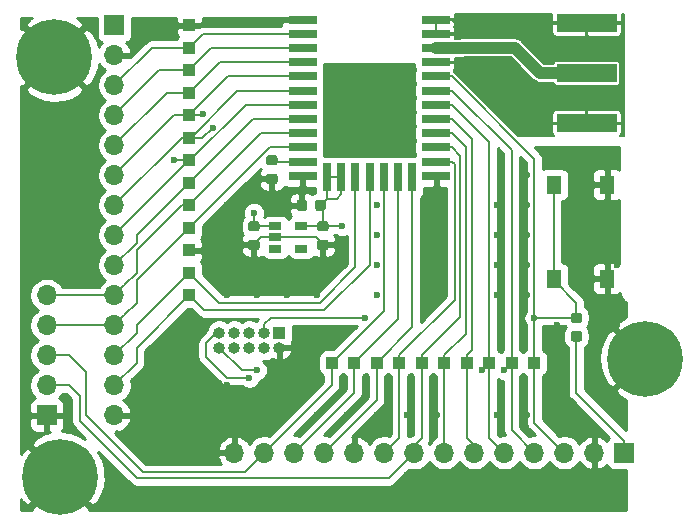
<source format=gbr>
G04 #@! TF.GenerationSoftware,KiCad,Pcbnew,(5.1.5)-3*
G04 #@! TF.CreationDate,2020-02-12T21:54:59-05:00*
G04 #@! TF.ProjectId,BGM210P_Proto,42474d32-3130-4505-9f50-726f746f2e6b,rev?*
G04 #@! TF.SameCoordinates,Original*
G04 #@! TF.FileFunction,Copper,L1,Top*
G04 #@! TF.FilePolarity,Positive*
%FSLAX46Y46*%
G04 Gerber Fmt 4.6, Leading zero omitted, Abs format (unit mm)*
G04 Created by KiCad (PCBNEW (5.1.5)-3) date 2020-02-12 21:54:59*
%MOMM*%
%LPD*%
G04 APERTURE LIST*
%ADD10C,0.800000*%
%ADD11C,6.400000*%
%ADD12R,5.080000X1.500000*%
%ADD13O,1.700000X1.700000*%
%ADD14R,1.700000X1.700000*%
%ADD15R,1.000000X1.000000*%
%ADD16O,1.000000X1.000000*%
%ADD17R,2.400000X0.800000*%
%ADD18R,0.800000X2.400000*%
%ADD19R,1.060000X0.650000*%
%ADD20R,1.300000X1.550000*%
%ADD21C,0.100000*%
%ADD22C,0.600000*%
%ADD23C,0.200000*%
%ADD24C,0.160000*%
%ADD25C,1.000000*%
%ADD26C,0.254000*%
G04 APERTURE END LIST*
D10*
X152697056Y-117802944D03*
X151000000Y-117100000D03*
X149302944Y-117802944D03*
X148600000Y-119500000D03*
X149302944Y-121197056D03*
X151000000Y-121900000D03*
X152697056Y-121197056D03*
X153400000Y-119500000D03*
D11*
X151000000Y-119500000D03*
X200500000Y-109500000D03*
D10*
X202900000Y-109500000D03*
X202197056Y-111197056D03*
X200500000Y-111900000D03*
X198802944Y-111197056D03*
X198100000Y-109500000D03*
X198802944Y-107802944D03*
X200500000Y-107100000D03*
X202197056Y-107802944D03*
X152197056Y-82302944D03*
X150500000Y-81600000D03*
X148802944Y-82302944D03*
X148100000Y-84000000D03*
X148802944Y-85697056D03*
X150500000Y-86400000D03*
X152197056Y-85697056D03*
X152900000Y-84000000D03*
D11*
X150500000Y-84000000D03*
D12*
X195580000Y-89594000D03*
X195580000Y-81094000D03*
X195580000Y-85344000D03*
D13*
X155575000Y-114300000D03*
X155575000Y-111760000D03*
X155575000Y-109220000D03*
X155575000Y-106680000D03*
X155575000Y-104140000D03*
X155575000Y-101600000D03*
X155575000Y-99060000D03*
X155575000Y-96520000D03*
X155575000Y-93980000D03*
X155575000Y-91440000D03*
X155575000Y-88900000D03*
X155575000Y-86360000D03*
X155575000Y-83820000D03*
D14*
X155575000Y-81280000D03*
D15*
X169545000Y-107315000D03*
D16*
X169545000Y-108585000D03*
X168275000Y-107315000D03*
X168275000Y-108585000D03*
X167005000Y-107315000D03*
X167005000Y-108585000D03*
X165735000Y-107315000D03*
X165735000Y-108585000D03*
X164465000Y-107315000D03*
X164465000Y-108585000D03*
D14*
X149860000Y-114300000D03*
D13*
X149860000Y-111760000D03*
X149860000Y-109220000D03*
X149860000Y-106680000D03*
X149860000Y-104140000D03*
D14*
X198755000Y-117475000D03*
D13*
X196215000Y-117475000D03*
X193675000Y-117475000D03*
X191135000Y-117475000D03*
X188595000Y-117475000D03*
X186055000Y-117475000D03*
X183515000Y-117475000D03*
X180975000Y-117475000D03*
X178435000Y-117475000D03*
X175895000Y-117475000D03*
X173355000Y-117475000D03*
X170815000Y-117475000D03*
X168275000Y-117475000D03*
X165735000Y-117475000D03*
D17*
X171515000Y-80820000D03*
X171515000Y-82020000D03*
X171515000Y-83220000D03*
X171515000Y-84420000D03*
X171515000Y-85620000D03*
X171515000Y-86820000D03*
X171515000Y-88020000D03*
X171515000Y-89220000D03*
X171515000Y-90420000D03*
X171515000Y-91620000D03*
X171515000Y-92820000D03*
X171515000Y-94020000D03*
D18*
X173585000Y-94160000D03*
X174785000Y-94160000D03*
X175985000Y-94160000D03*
X177185000Y-94160000D03*
X178385000Y-94160000D03*
X179585000Y-94160000D03*
X180785000Y-94160000D03*
D17*
X182815000Y-94020000D03*
X182815000Y-92820000D03*
X182815000Y-91620000D03*
X182815000Y-90420000D03*
X182815000Y-89220000D03*
X182815000Y-88020000D03*
X182815000Y-86820000D03*
X182815000Y-85620000D03*
X182815000Y-84420000D03*
X182815000Y-83220000D03*
X182815000Y-82020000D03*
X182815000Y-80820000D03*
D19*
X169207000Y-98298000D03*
X169207000Y-99248000D03*
X169207000Y-100198000D03*
X171407000Y-100198000D03*
X171407000Y-98298000D03*
D15*
X161925000Y-81280000D03*
X161925000Y-88900000D03*
X161925000Y-96520000D03*
X161925000Y-83185000D03*
X161925000Y-90805000D03*
X161925000Y-98425000D03*
X161925000Y-85090000D03*
X161925000Y-92710000D03*
X161925000Y-102235000D03*
X161925000Y-86995000D03*
X161925000Y-94615000D03*
X161925000Y-100330000D03*
X161925000Y-104140000D03*
X191135000Y-109855000D03*
X183515000Y-109855000D03*
X177800000Y-109855000D03*
X189230000Y-109855000D03*
X181610000Y-109855000D03*
X175895000Y-109855000D03*
X187325000Y-109855000D03*
X179705000Y-109855000D03*
X173990000Y-109855000D03*
X185420000Y-109855000D03*
D20*
X192786000Y-94783000D03*
X197286000Y-94783000D03*
X197286000Y-102743000D03*
X192786000Y-102743000D03*
G04 #@! TA.AperFunction,SMDPad,CuDef*
D21*
G36*
X167663691Y-97861553D02*
G01*
X167684926Y-97864703D01*
X167705750Y-97869919D01*
X167725962Y-97877151D01*
X167745368Y-97886330D01*
X167763781Y-97897366D01*
X167781024Y-97910154D01*
X167796930Y-97924570D01*
X167811346Y-97940476D01*
X167824134Y-97957719D01*
X167835170Y-97976132D01*
X167844349Y-97995538D01*
X167851581Y-98015750D01*
X167856797Y-98036574D01*
X167859947Y-98057809D01*
X167861000Y-98079250D01*
X167861000Y-98516750D01*
X167859947Y-98538191D01*
X167856797Y-98559426D01*
X167851581Y-98580250D01*
X167844349Y-98600462D01*
X167835170Y-98619868D01*
X167824134Y-98638281D01*
X167811346Y-98655524D01*
X167796930Y-98671430D01*
X167781024Y-98685846D01*
X167763781Y-98698634D01*
X167745368Y-98709670D01*
X167725962Y-98718849D01*
X167705750Y-98726081D01*
X167684926Y-98731297D01*
X167663691Y-98734447D01*
X167642250Y-98735500D01*
X167129750Y-98735500D01*
X167108309Y-98734447D01*
X167087074Y-98731297D01*
X167066250Y-98726081D01*
X167046038Y-98718849D01*
X167026632Y-98709670D01*
X167008219Y-98698634D01*
X166990976Y-98685846D01*
X166975070Y-98671430D01*
X166960654Y-98655524D01*
X166947866Y-98638281D01*
X166936830Y-98619868D01*
X166927651Y-98600462D01*
X166920419Y-98580250D01*
X166915203Y-98559426D01*
X166912053Y-98538191D01*
X166911000Y-98516750D01*
X166911000Y-98079250D01*
X166912053Y-98057809D01*
X166915203Y-98036574D01*
X166920419Y-98015750D01*
X166927651Y-97995538D01*
X166936830Y-97976132D01*
X166947866Y-97957719D01*
X166960654Y-97940476D01*
X166975070Y-97924570D01*
X166990976Y-97910154D01*
X167008219Y-97897366D01*
X167026632Y-97886330D01*
X167046038Y-97877151D01*
X167066250Y-97869919D01*
X167087074Y-97864703D01*
X167108309Y-97861553D01*
X167129750Y-97860500D01*
X167642250Y-97860500D01*
X167663691Y-97861553D01*
G37*
G04 #@! TD.AperFunction*
G04 #@! TA.AperFunction,SMDPad,CuDef*
G36*
X167663691Y-99436553D02*
G01*
X167684926Y-99439703D01*
X167705750Y-99444919D01*
X167725962Y-99452151D01*
X167745368Y-99461330D01*
X167763781Y-99472366D01*
X167781024Y-99485154D01*
X167796930Y-99499570D01*
X167811346Y-99515476D01*
X167824134Y-99532719D01*
X167835170Y-99551132D01*
X167844349Y-99570538D01*
X167851581Y-99590750D01*
X167856797Y-99611574D01*
X167859947Y-99632809D01*
X167861000Y-99654250D01*
X167861000Y-100091750D01*
X167859947Y-100113191D01*
X167856797Y-100134426D01*
X167851581Y-100155250D01*
X167844349Y-100175462D01*
X167835170Y-100194868D01*
X167824134Y-100213281D01*
X167811346Y-100230524D01*
X167796930Y-100246430D01*
X167781024Y-100260846D01*
X167763781Y-100273634D01*
X167745368Y-100284670D01*
X167725962Y-100293849D01*
X167705750Y-100301081D01*
X167684926Y-100306297D01*
X167663691Y-100309447D01*
X167642250Y-100310500D01*
X167129750Y-100310500D01*
X167108309Y-100309447D01*
X167087074Y-100306297D01*
X167066250Y-100301081D01*
X167046038Y-100293849D01*
X167026632Y-100284670D01*
X167008219Y-100273634D01*
X166990976Y-100260846D01*
X166975070Y-100246430D01*
X166960654Y-100230524D01*
X166947866Y-100213281D01*
X166936830Y-100194868D01*
X166927651Y-100175462D01*
X166920419Y-100155250D01*
X166915203Y-100134426D01*
X166912053Y-100113191D01*
X166911000Y-100091750D01*
X166911000Y-99654250D01*
X166912053Y-99632809D01*
X166915203Y-99611574D01*
X166920419Y-99590750D01*
X166927651Y-99570538D01*
X166936830Y-99551132D01*
X166947866Y-99532719D01*
X166960654Y-99515476D01*
X166975070Y-99499570D01*
X166990976Y-99485154D01*
X167008219Y-99472366D01*
X167026632Y-99461330D01*
X167046038Y-99452151D01*
X167066250Y-99444919D01*
X167087074Y-99439703D01*
X167108309Y-99436553D01*
X167129750Y-99435500D01*
X167642250Y-99435500D01*
X167663691Y-99436553D01*
G37*
G04 #@! TD.AperFunction*
G04 #@! TA.AperFunction,SMDPad,CuDef*
G36*
X173505691Y-99436553D02*
G01*
X173526926Y-99439703D01*
X173547750Y-99444919D01*
X173567962Y-99452151D01*
X173587368Y-99461330D01*
X173605781Y-99472366D01*
X173623024Y-99485154D01*
X173638930Y-99499570D01*
X173653346Y-99515476D01*
X173666134Y-99532719D01*
X173677170Y-99551132D01*
X173686349Y-99570538D01*
X173693581Y-99590750D01*
X173698797Y-99611574D01*
X173701947Y-99632809D01*
X173703000Y-99654250D01*
X173703000Y-100091750D01*
X173701947Y-100113191D01*
X173698797Y-100134426D01*
X173693581Y-100155250D01*
X173686349Y-100175462D01*
X173677170Y-100194868D01*
X173666134Y-100213281D01*
X173653346Y-100230524D01*
X173638930Y-100246430D01*
X173623024Y-100260846D01*
X173605781Y-100273634D01*
X173587368Y-100284670D01*
X173567962Y-100293849D01*
X173547750Y-100301081D01*
X173526926Y-100306297D01*
X173505691Y-100309447D01*
X173484250Y-100310500D01*
X172971750Y-100310500D01*
X172950309Y-100309447D01*
X172929074Y-100306297D01*
X172908250Y-100301081D01*
X172888038Y-100293849D01*
X172868632Y-100284670D01*
X172850219Y-100273634D01*
X172832976Y-100260846D01*
X172817070Y-100246430D01*
X172802654Y-100230524D01*
X172789866Y-100213281D01*
X172778830Y-100194868D01*
X172769651Y-100175462D01*
X172762419Y-100155250D01*
X172757203Y-100134426D01*
X172754053Y-100113191D01*
X172753000Y-100091750D01*
X172753000Y-99654250D01*
X172754053Y-99632809D01*
X172757203Y-99611574D01*
X172762419Y-99590750D01*
X172769651Y-99570538D01*
X172778830Y-99551132D01*
X172789866Y-99532719D01*
X172802654Y-99515476D01*
X172817070Y-99499570D01*
X172832976Y-99485154D01*
X172850219Y-99472366D01*
X172868632Y-99461330D01*
X172888038Y-99452151D01*
X172908250Y-99444919D01*
X172929074Y-99439703D01*
X172950309Y-99436553D01*
X172971750Y-99435500D01*
X173484250Y-99435500D01*
X173505691Y-99436553D01*
G37*
G04 #@! TD.AperFunction*
G04 #@! TA.AperFunction,SMDPad,CuDef*
G36*
X173505691Y-97861553D02*
G01*
X173526926Y-97864703D01*
X173547750Y-97869919D01*
X173567962Y-97877151D01*
X173587368Y-97886330D01*
X173605781Y-97897366D01*
X173623024Y-97910154D01*
X173638930Y-97924570D01*
X173653346Y-97940476D01*
X173666134Y-97957719D01*
X173677170Y-97976132D01*
X173686349Y-97995538D01*
X173693581Y-98015750D01*
X173698797Y-98036574D01*
X173701947Y-98057809D01*
X173703000Y-98079250D01*
X173703000Y-98516750D01*
X173701947Y-98538191D01*
X173698797Y-98559426D01*
X173693581Y-98580250D01*
X173686349Y-98600462D01*
X173677170Y-98619868D01*
X173666134Y-98638281D01*
X173653346Y-98655524D01*
X173638930Y-98671430D01*
X173623024Y-98685846D01*
X173605781Y-98698634D01*
X173587368Y-98709670D01*
X173567962Y-98718849D01*
X173547750Y-98726081D01*
X173526926Y-98731297D01*
X173505691Y-98734447D01*
X173484250Y-98735500D01*
X172971750Y-98735500D01*
X172950309Y-98734447D01*
X172929074Y-98731297D01*
X172908250Y-98726081D01*
X172888038Y-98718849D01*
X172868632Y-98709670D01*
X172850219Y-98698634D01*
X172832976Y-98685846D01*
X172817070Y-98671430D01*
X172802654Y-98655524D01*
X172789866Y-98638281D01*
X172778830Y-98619868D01*
X172769651Y-98600462D01*
X172762419Y-98580250D01*
X172757203Y-98559426D01*
X172754053Y-98538191D01*
X172753000Y-98516750D01*
X172753000Y-98079250D01*
X172754053Y-98057809D01*
X172757203Y-98036574D01*
X172762419Y-98015750D01*
X172769651Y-97995538D01*
X172778830Y-97976132D01*
X172789866Y-97957719D01*
X172802654Y-97940476D01*
X172817070Y-97924570D01*
X172832976Y-97910154D01*
X172850219Y-97897366D01*
X172868632Y-97886330D01*
X172888038Y-97877151D01*
X172908250Y-97869919D01*
X172929074Y-97864703D01*
X172950309Y-97861553D01*
X172971750Y-97860500D01*
X173484250Y-97860500D01*
X173505691Y-97861553D01*
G37*
G04 #@! TD.AperFunction*
G04 #@! TA.AperFunction,SMDPad,CuDef*
G36*
X169187691Y-93848553D02*
G01*
X169208926Y-93851703D01*
X169229750Y-93856919D01*
X169249962Y-93864151D01*
X169269368Y-93873330D01*
X169287781Y-93884366D01*
X169305024Y-93897154D01*
X169320930Y-93911570D01*
X169335346Y-93927476D01*
X169348134Y-93944719D01*
X169359170Y-93963132D01*
X169368349Y-93982538D01*
X169375581Y-94002750D01*
X169380797Y-94023574D01*
X169383947Y-94044809D01*
X169385000Y-94066250D01*
X169385000Y-94503750D01*
X169383947Y-94525191D01*
X169380797Y-94546426D01*
X169375581Y-94567250D01*
X169368349Y-94587462D01*
X169359170Y-94606868D01*
X169348134Y-94625281D01*
X169335346Y-94642524D01*
X169320930Y-94658430D01*
X169305024Y-94672846D01*
X169287781Y-94685634D01*
X169269368Y-94696670D01*
X169249962Y-94705849D01*
X169229750Y-94713081D01*
X169208926Y-94718297D01*
X169187691Y-94721447D01*
X169166250Y-94722500D01*
X168653750Y-94722500D01*
X168632309Y-94721447D01*
X168611074Y-94718297D01*
X168590250Y-94713081D01*
X168570038Y-94705849D01*
X168550632Y-94696670D01*
X168532219Y-94685634D01*
X168514976Y-94672846D01*
X168499070Y-94658430D01*
X168484654Y-94642524D01*
X168471866Y-94625281D01*
X168460830Y-94606868D01*
X168451651Y-94587462D01*
X168444419Y-94567250D01*
X168439203Y-94546426D01*
X168436053Y-94525191D01*
X168435000Y-94503750D01*
X168435000Y-94066250D01*
X168436053Y-94044809D01*
X168439203Y-94023574D01*
X168444419Y-94002750D01*
X168451651Y-93982538D01*
X168460830Y-93963132D01*
X168471866Y-93944719D01*
X168484654Y-93927476D01*
X168499070Y-93911570D01*
X168514976Y-93897154D01*
X168532219Y-93884366D01*
X168550632Y-93873330D01*
X168570038Y-93864151D01*
X168590250Y-93856919D01*
X168611074Y-93851703D01*
X168632309Y-93848553D01*
X168653750Y-93847500D01*
X169166250Y-93847500D01*
X169187691Y-93848553D01*
G37*
G04 #@! TD.AperFunction*
G04 #@! TA.AperFunction,SMDPad,CuDef*
G36*
X169187691Y-92273553D02*
G01*
X169208926Y-92276703D01*
X169229750Y-92281919D01*
X169249962Y-92289151D01*
X169269368Y-92298330D01*
X169287781Y-92309366D01*
X169305024Y-92322154D01*
X169320930Y-92336570D01*
X169335346Y-92352476D01*
X169348134Y-92369719D01*
X169359170Y-92388132D01*
X169368349Y-92407538D01*
X169375581Y-92427750D01*
X169380797Y-92448574D01*
X169383947Y-92469809D01*
X169385000Y-92491250D01*
X169385000Y-92928750D01*
X169383947Y-92950191D01*
X169380797Y-92971426D01*
X169375581Y-92992250D01*
X169368349Y-93012462D01*
X169359170Y-93031868D01*
X169348134Y-93050281D01*
X169335346Y-93067524D01*
X169320930Y-93083430D01*
X169305024Y-93097846D01*
X169287781Y-93110634D01*
X169269368Y-93121670D01*
X169249962Y-93130849D01*
X169229750Y-93138081D01*
X169208926Y-93143297D01*
X169187691Y-93146447D01*
X169166250Y-93147500D01*
X168653750Y-93147500D01*
X168632309Y-93146447D01*
X168611074Y-93143297D01*
X168590250Y-93138081D01*
X168570038Y-93130849D01*
X168550632Y-93121670D01*
X168532219Y-93110634D01*
X168514976Y-93097846D01*
X168499070Y-93083430D01*
X168484654Y-93067524D01*
X168471866Y-93050281D01*
X168460830Y-93031868D01*
X168451651Y-93012462D01*
X168444419Y-92992250D01*
X168439203Y-92971426D01*
X168436053Y-92950191D01*
X168435000Y-92928750D01*
X168435000Y-92491250D01*
X168436053Y-92469809D01*
X168439203Y-92448574D01*
X168444419Y-92427750D01*
X168451651Y-92407538D01*
X168460830Y-92388132D01*
X168471866Y-92369719D01*
X168484654Y-92352476D01*
X168499070Y-92336570D01*
X168514976Y-92322154D01*
X168532219Y-92309366D01*
X168550632Y-92298330D01*
X168570038Y-92289151D01*
X168590250Y-92281919D01*
X168611074Y-92276703D01*
X168632309Y-92273553D01*
X168653750Y-92272500D01*
X169166250Y-92272500D01*
X169187691Y-92273553D01*
G37*
G04 #@! TD.AperFunction*
G04 #@! TA.AperFunction,SMDPad,CuDef*
G36*
X173262691Y-96046053D02*
G01*
X173283926Y-96049203D01*
X173304750Y-96054419D01*
X173324962Y-96061651D01*
X173344368Y-96070830D01*
X173362781Y-96081866D01*
X173380024Y-96094654D01*
X173395930Y-96109070D01*
X173410346Y-96124976D01*
X173423134Y-96142219D01*
X173434170Y-96160632D01*
X173443349Y-96180038D01*
X173450581Y-96200250D01*
X173455797Y-96221074D01*
X173458947Y-96242309D01*
X173460000Y-96263750D01*
X173460000Y-96776250D01*
X173458947Y-96797691D01*
X173455797Y-96818926D01*
X173450581Y-96839750D01*
X173443349Y-96859962D01*
X173434170Y-96879368D01*
X173423134Y-96897781D01*
X173410346Y-96915024D01*
X173395930Y-96930930D01*
X173380024Y-96945346D01*
X173362781Y-96958134D01*
X173344368Y-96969170D01*
X173324962Y-96978349D01*
X173304750Y-96985581D01*
X173283926Y-96990797D01*
X173262691Y-96993947D01*
X173241250Y-96995000D01*
X172803750Y-96995000D01*
X172782309Y-96993947D01*
X172761074Y-96990797D01*
X172740250Y-96985581D01*
X172720038Y-96978349D01*
X172700632Y-96969170D01*
X172682219Y-96958134D01*
X172664976Y-96945346D01*
X172649070Y-96930930D01*
X172634654Y-96915024D01*
X172621866Y-96897781D01*
X172610830Y-96879368D01*
X172601651Y-96859962D01*
X172594419Y-96839750D01*
X172589203Y-96818926D01*
X172586053Y-96797691D01*
X172585000Y-96776250D01*
X172585000Y-96263750D01*
X172586053Y-96242309D01*
X172589203Y-96221074D01*
X172594419Y-96200250D01*
X172601651Y-96180038D01*
X172610830Y-96160632D01*
X172621866Y-96142219D01*
X172634654Y-96124976D01*
X172649070Y-96109070D01*
X172664976Y-96094654D01*
X172682219Y-96081866D01*
X172700632Y-96070830D01*
X172720038Y-96061651D01*
X172740250Y-96054419D01*
X172761074Y-96049203D01*
X172782309Y-96046053D01*
X172803750Y-96045000D01*
X173241250Y-96045000D01*
X173262691Y-96046053D01*
G37*
G04 #@! TD.AperFunction*
G04 #@! TA.AperFunction,SMDPad,CuDef*
G36*
X171687691Y-96046053D02*
G01*
X171708926Y-96049203D01*
X171729750Y-96054419D01*
X171749962Y-96061651D01*
X171769368Y-96070830D01*
X171787781Y-96081866D01*
X171805024Y-96094654D01*
X171820930Y-96109070D01*
X171835346Y-96124976D01*
X171848134Y-96142219D01*
X171859170Y-96160632D01*
X171868349Y-96180038D01*
X171875581Y-96200250D01*
X171880797Y-96221074D01*
X171883947Y-96242309D01*
X171885000Y-96263750D01*
X171885000Y-96776250D01*
X171883947Y-96797691D01*
X171880797Y-96818926D01*
X171875581Y-96839750D01*
X171868349Y-96859962D01*
X171859170Y-96879368D01*
X171848134Y-96897781D01*
X171835346Y-96915024D01*
X171820930Y-96930930D01*
X171805024Y-96945346D01*
X171787781Y-96958134D01*
X171769368Y-96969170D01*
X171749962Y-96978349D01*
X171729750Y-96985581D01*
X171708926Y-96990797D01*
X171687691Y-96993947D01*
X171666250Y-96995000D01*
X171228750Y-96995000D01*
X171207309Y-96993947D01*
X171186074Y-96990797D01*
X171165250Y-96985581D01*
X171145038Y-96978349D01*
X171125632Y-96969170D01*
X171107219Y-96958134D01*
X171089976Y-96945346D01*
X171074070Y-96930930D01*
X171059654Y-96915024D01*
X171046866Y-96897781D01*
X171035830Y-96879368D01*
X171026651Y-96859962D01*
X171019419Y-96839750D01*
X171014203Y-96818926D01*
X171011053Y-96797691D01*
X171010000Y-96776250D01*
X171010000Y-96263750D01*
X171011053Y-96242309D01*
X171014203Y-96221074D01*
X171019419Y-96200250D01*
X171026651Y-96180038D01*
X171035830Y-96160632D01*
X171046866Y-96142219D01*
X171059654Y-96124976D01*
X171074070Y-96109070D01*
X171089976Y-96094654D01*
X171107219Y-96081866D01*
X171125632Y-96070830D01*
X171145038Y-96061651D01*
X171165250Y-96054419D01*
X171186074Y-96049203D01*
X171207309Y-96046053D01*
X171228750Y-96045000D01*
X171666250Y-96045000D01*
X171687691Y-96046053D01*
G37*
G04 #@! TD.AperFunction*
G04 #@! TA.AperFunction,SMDPad,CuDef*
G36*
X194968691Y-107183553D02*
G01*
X194989926Y-107186703D01*
X195010750Y-107191919D01*
X195030962Y-107199151D01*
X195050368Y-107208330D01*
X195068781Y-107219366D01*
X195086024Y-107232154D01*
X195101930Y-107246570D01*
X195116346Y-107262476D01*
X195129134Y-107279719D01*
X195140170Y-107298132D01*
X195149349Y-107317538D01*
X195156581Y-107337750D01*
X195161797Y-107358574D01*
X195164947Y-107379809D01*
X195166000Y-107401250D01*
X195166000Y-107838750D01*
X195164947Y-107860191D01*
X195161797Y-107881426D01*
X195156581Y-107902250D01*
X195149349Y-107922462D01*
X195140170Y-107941868D01*
X195129134Y-107960281D01*
X195116346Y-107977524D01*
X195101930Y-107993430D01*
X195086024Y-108007846D01*
X195068781Y-108020634D01*
X195050368Y-108031670D01*
X195030962Y-108040849D01*
X195010750Y-108048081D01*
X194989926Y-108053297D01*
X194968691Y-108056447D01*
X194947250Y-108057500D01*
X194434750Y-108057500D01*
X194413309Y-108056447D01*
X194392074Y-108053297D01*
X194371250Y-108048081D01*
X194351038Y-108040849D01*
X194331632Y-108031670D01*
X194313219Y-108020634D01*
X194295976Y-108007846D01*
X194280070Y-107993430D01*
X194265654Y-107977524D01*
X194252866Y-107960281D01*
X194241830Y-107941868D01*
X194232651Y-107922462D01*
X194225419Y-107902250D01*
X194220203Y-107881426D01*
X194217053Y-107860191D01*
X194216000Y-107838750D01*
X194216000Y-107401250D01*
X194217053Y-107379809D01*
X194220203Y-107358574D01*
X194225419Y-107337750D01*
X194232651Y-107317538D01*
X194241830Y-107298132D01*
X194252866Y-107279719D01*
X194265654Y-107262476D01*
X194280070Y-107246570D01*
X194295976Y-107232154D01*
X194313219Y-107219366D01*
X194331632Y-107208330D01*
X194351038Y-107199151D01*
X194371250Y-107191919D01*
X194392074Y-107186703D01*
X194413309Y-107183553D01*
X194434750Y-107182500D01*
X194947250Y-107182500D01*
X194968691Y-107183553D01*
G37*
G04 #@! TD.AperFunction*
G04 #@! TA.AperFunction,SMDPad,CuDef*
G36*
X194968691Y-105608553D02*
G01*
X194989926Y-105611703D01*
X195010750Y-105616919D01*
X195030962Y-105624151D01*
X195050368Y-105633330D01*
X195068781Y-105644366D01*
X195086024Y-105657154D01*
X195101930Y-105671570D01*
X195116346Y-105687476D01*
X195129134Y-105704719D01*
X195140170Y-105723132D01*
X195149349Y-105742538D01*
X195156581Y-105762750D01*
X195161797Y-105783574D01*
X195164947Y-105804809D01*
X195166000Y-105826250D01*
X195166000Y-106263750D01*
X195164947Y-106285191D01*
X195161797Y-106306426D01*
X195156581Y-106327250D01*
X195149349Y-106347462D01*
X195140170Y-106366868D01*
X195129134Y-106385281D01*
X195116346Y-106402524D01*
X195101930Y-106418430D01*
X195086024Y-106432846D01*
X195068781Y-106445634D01*
X195050368Y-106456670D01*
X195030962Y-106465849D01*
X195010750Y-106473081D01*
X194989926Y-106478297D01*
X194968691Y-106481447D01*
X194947250Y-106482500D01*
X194434750Y-106482500D01*
X194413309Y-106481447D01*
X194392074Y-106478297D01*
X194371250Y-106473081D01*
X194351038Y-106465849D01*
X194331632Y-106456670D01*
X194313219Y-106445634D01*
X194295976Y-106432846D01*
X194280070Y-106418430D01*
X194265654Y-106402524D01*
X194252866Y-106385281D01*
X194241830Y-106366868D01*
X194232651Y-106347462D01*
X194225419Y-106327250D01*
X194220203Y-106306426D01*
X194217053Y-106285191D01*
X194216000Y-106263750D01*
X194216000Y-105826250D01*
X194217053Y-105804809D01*
X194220203Y-105783574D01*
X194225419Y-105762750D01*
X194232651Y-105742538D01*
X194241830Y-105723132D01*
X194252866Y-105704719D01*
X194265654Y-105687476D01*
X194280070Y-105671570D01*
X194295976Y-105657154D01*
X194313219Y-105644366D01*
X194331632Y-105633330D01*
X194351038Y-105624151D01*
X194371250Y-105616919D01*
X194392074Y-105611703D01*
X194413309Y-105608553D01*
X194434750Y-105607500D01*
X194947250Y-105607500D01*
X194968691Y-105608553D01*
G37*
G04 #@! TD.AperFunction*
D22*
X167386000Y-97155000D03*
X167640000Y-104140000D03*
X170180000Y-104140000D03*
X172720000Y-104140000D03*
X172720000Y-101600000D03*
X170180000Y-101600000D03*
X167640000Y-101600000D03*
X165100000Y-101600000D03*
X165100000Y-99060000D03*
X165100000Y-96520000D03*
X160020000Y-109220000D03*
X162560000Y-111760000D03*
X160020000Y-111760000D03*
X160020000Y-114300000D03*
X162560000Y-114300000D03*
X162560000Y-116840000D03*
X160020000Y-116840000D03*
X165100000Y-114300000D03*
X165100000Y-111760000D03*
X167640000Y-114300000D03*
X170180000Y-111760000D03*
X172720000Y-109220000D03*
X170180000Y-114300000D03*
X172720000Y-114300000D03*
X175260000Y-114300000D03*
X177800000Y-114300000D03*
X180340000Y-114300000D03*
X182880000Y-114300000D03*
X187960000Y-114300000D03*
X190500000Y-114300000D03*
X193040000Y-114300000D03*
X157480000Y-114300000D03*
X157480000Y-111760000D03*
X157480000Y-116840000D03*
X154940000Y-119380000D03*
X154940000Y-121920000D03*
X157480000Y-121920000D03*
X160020000Y-121920000D03*
X162560000Y-121920000D03*
X165100000Y-121920000D03*
X167640000Y-121920000D03*
X170180000Y-121920000D03*
X172720000Y-121920000D03*
X175260000Y-121920000D03*
X177800000Y-121920000D03*
X180340000Y-121920000D03*
X182880000Y-121920000D03*
X185420000Y-121920000D03*
X187960000Y-121920000D03*
X190500000Y-121920000D03*
X193040000Y-121920000D03*
X195580000Y-121920000D03*
X198120000Y-121920000D03*
X198120000Y-119380000D03*
X195580000Y-119380000D03*
X193040000Y-119380000D03*
X190500000Y-119380000D03*
X187960000Y-119380000D03*
X185420000Y-119380000D03*
X182880000Y-119380000D03*
X180340000Y-119380000D03*
X152400000Y-101600000D03*
X149860000Y-101600000D03*
X149860000Y-99060000D03*
X152400000Y-99060000D03*
X152400000Y-96520000D03*
X149860000Y-96520000D03*
X149860000Y-93980000D03*
X152400000Y-93980000D03*
X152400000Y-91440000D03*
X149860000Y-91440000D03*
X149860000Y-88900000D03*
X152400000Y-88900000D03*
X160020000Y-81280000D03*
X165100000Y-81280000D03*
X167640000Y-81280000D03*
X195580000Y-93980000D03*
X195580000Y-96520000D03*
X198120000Y-96520000D03*
X198120000Y-99060000D03*
X195580000Y-99060000D03*
X195580000Y-101600000D03*
X198120000Y-101600000D03*
X195580000Y-104140000D03*
X198120000Y-106680000D03*
X193040000Y-106680000D03*
X195580000Y-109220000D03*
X195580000Y-111760000D03*
X198120000Y-114300000D03*
X182880000Y-104140000D03*
X182880000Y-101600000D03*
X182880000Y-99060000D03*
X182880000Y-96520000D03*
X170180000Y-96520000D03*
X165100000Y-104140000D03*
X175260000Y-86360000D03*
X177800000Y-86360000D03*
X180340000Y-86360000D03*
X180340000Y-88900000D03*
X177800000Y-88900000D03*
X175260000Y-88900000D03*
X175260000Y-91440000D03*
X177800000Y-91440000D03*
X180340000Y-91440000D03*
X187960000Y-96520000D03*
X187960000Y-99060000D03*
X187960000Y-101600000D03*
X187960000Y-104140000D03*
X190500000Y-104140000D03*
X190500000Y-101600000D03*
X190500000Y-99060000D03*
X190500000Y-96520000D03*
X190500000Y-93980000D03*
X177800000Y-96520000D03*
X177800000Y-99060000D03*
X177800000Y-101600000D03*
X177800000Y-104140000D03*
X174879000Y-98298000D03*
X176784000Y-106045000D03*
X191135000Y-106045000D03*
X160655000Y-92710000D03*
X163882145Y-89939682D03*
X163105913Y-88810913D03*
X188595000Y-110490000D03*
X167005000Y-111125000D03*
X186690000Y-110490000D03*
X167640000Y-110490000D03*
X185249992Y-82169000D03*
X186436000Y-84328000D03*
X185250000Y-84328000D03*
X186436000Y-82169000D03*
X187579000Y-82169000D03*
X187579000Y-84328000D03*
X188722000Y-84328000D03*
X188722000Y-82169000D03*
X189738000Y-84963000D03*
X190500000Y-85852000D03*
X191516000Y-86487000D03*
X192659000Y-86487000D03*
X189865000Y-82169000D03*
X190754000Y-82931000D03*
X191516000Y-83693000D03*
X192532000Y-84328000D03*
D23*
X167386000Y-98298000D02*
X169207000Y-98298000D01*
X167386000Y-98298000D02*
X167386000Y-97155000D01*
X168011000Y-99248000D02*
X167386000Y-99873000D01*
X169207000Y-99248000D02*
X168011000Y-99248000D01*
X173228000Y-99822000D02*
X173228000Y-99873000D01*
X169207000Y-99248000D02*
X172654000Y-99248000D01*
X172654000Y-99248000D02*
X173228000Y-99822000D01*
D24*
X169020000Y-92820000D02*
X168910000Y-92710000D01*
X171515000Y-92820000D02*
X169020000Y-92820000D01*
D23*
X173585000Y-94160000D02*
X174785000Y-94160000D01*
X174785000Y-94160000D02*
X174785000Y-94983320D01*
X173585000Y-95957500D02*
X173022500Y-96520000D01*
X173585000Y-94160000D02*
X173585000Y-95957500D01*
X174785000Y-95560000D02*
X174785000Y-94160000D01*
X174387500Y-95957500D02*
X174785000Y-95560000D01*
X173585000Y-95957500D02*
X174387500Y-95957500D01*
X173228000Y-98298000D02*
X171407000Y-98298000D01*
X173228000Y-96725500D02*
X173022500Y-96520000D01*
X173228000Y-98298000D02*
X173228000Y-96725500D01*
X174879000Y-98298000D02*
X173228000Y-98298000D01*
X198755000Y-116459000D02*
X198755000Y-117475000D01*
X194691000Y-107620000D02*
X194691000Y-112395000D01*
X194691000Y-112395000D02*
X198755000Y-116459000D01*
D25*
X189499998Y-83200998D02*
X185034002Y-83200998D01*
X185015000Y-83220000D02*
X182815000Y-83220000D01*
X185034002Y-83200998D02*
X185015000Y-83220000D01*
X195580000Y-85344000D02*
X191643000Y-85344000D01*
X191643000Y-85344000D02*
X189499998Y-83200998D01*
D24*
X191135000Y-114935000D02*
X191135000Y-109855000D01*
X193675000Y-117475000D02*
X191135000Y-114935000D01*
X184165000Y-85620000D02*
X182815000Y-85620000D01*
X191135000Y-92590000D02*
X184165000Y-85620000D01*
X191008000Y-106045000D02*
X191135000Y-105918000D01*
X191135000Y-106172000D02*
X191008000Y-106045000D01*
X191135000Y-105664000D02*
X191135000Y-92590000D01*
X191135000Y-105918000D02*
X191135000Y-105664000D01*
X191135000Y-106299000D02*
X191135000Y-105664000D01*
X191135000Y-106299000D02*
X191135000Y-106172000D01*
X191135000Y-109855000D02*
X191135000Y-106299000D01*
X168837894Y-106045000D02*
X176359736Y-106045000D01*
X176359736Y-106045000D02*
X176784000Y-106045000D01*
X168275000Y-107315000D02*
X168275000Y-106607894D01*
X168275000Y-106607894D02*
X168837894Y-106045000D01*
X191008000Y-106045000D02*
X191135000Y-106045000D01*
X194691000Y-106045000D02*
X191135000Y-106045000D01*
X192786000Y-102870000D02*
X192786000Y-102743000D01*
X194691000Y-106045000D02*
X194691000Y-104775000D01*
X194691000Y-104775000D02*
X192786000Y-102870000D01*
X192786000Y-94783000D02*
X192786000Y-102743000D01*
X163090000Y-82020000D02*
X161925000Y-83185000D01*
X171515000Y-82020000D02*
X163090000Y-82020000D01*
X158750000Y-83185000D02*
X155575000Y-86360000D01*
X161925000Y-83185000D02*
X158750000Y-83185000D01*
X163795000Y-83220000D02*
X161925000Y-85090000D01*
X171515000Y-83220000D02*
X163795000Y-83220000D01*
X159385000Y-85090000D02*
X155575000Y-88900000D01*
X161925000Y-85090000D02*
X159385000Y-85090000D01*
X168730000Y-91620000D02*
X161925000Y-98425000D01*
X171515000Y-91620000D02*
X168730000Y-91620000D01*
X156424999Y-105830001D02*
X155575000Y-106680000D01*
X157480000Y-104775000D02*
X156424999Y-105830001D01*
X161925000Y-98425000D02*
X157480000Y-102870000D01*
X157480000Y-102870000D02*
X157480000Y-104775000D01*
X155575000Y-106680000D02*
X149860000Y-106680000D01*
X168025000Y-90420000D02*
X161925000Y-96520000D01*
X171515000Y-90420000D02*
X168025000Y-90420000D01*
X156424999Y-103290001D02*
X155575000Y-104140000D01*
X157480000Y-102235000D02*
X156424999Y-103290001D01*
X157480000Y-100315000D02*
X157480000Y-102235000D01*
X161925000Y-96520000D02*
X161275000Y-96520000D01*
X161275000Y-96520000D02*
X157480000Y-100315000D01*
X151062081Y-104140000D02*
X155575000Y-104140000D01*
X149860000Y-104140000D02*
X151062081Y-104140000D01*
X167320000Y-89220000D02*
X161925000Y-94615000D01*
X171515000Y-89220000D02*
X167320000Y-89220000D01*
X157480000Y-99695000D02*
X155575000Y-101600000D01*
X161925000Y-94615000D02*
X157480000Y-99060000D01*
X157480000Y-99060000D02*
X157480000Y-99695000D01*
X171515000Y-88020000D02*
X166615000Y-88020000D01*
X161925000Y-92710000D02*
X155575000Y-99060000D01*
X161925000Y-92710000D02*
X160655000Y-92710000D01*
X162001200Y-92710000D02*
X161925000Y-92710000D01*
X166615000Y-88020000D02*
X166615000Y-88096200D01*
X166615000Y-88096200D02*
X162001200Y-92710000D01*
X171515000Y-86820000D02*
X165910000Y-86820000D01*
X155575000Y-96505000D02*
X155575000Y-96520000D01*
X161275000Y-90805000D02*
X155575000Y-96505000D01*
X161925000Y-90805000D02*
X161275000Y-90805000D01*
X161925000Y-90805000D02*
X163016827Y-90805000D01*
X163016827Y-90805000D02*
X163882145Y-89939682D01*
X162026600Y-90805000D02*
X161925000Y-90805000D01*
X165910000Y-86820000D02*
X165910000Y-86921600D01*
X165910000Y-86921600D02*
X162026600Y-90805000D01*
X165205000Y-85620000D02*
X161925000Y-88900000D01*
X171515000Y-85620000D02*
X165205000Y-85620000D01*
X160655000Y-88900000D02*
X155575000Y-93980000D01*
X161925000Y-88900000D02*
X160655000Y-88900000D01*
X161925000Y-88900000D02*
X163016826Y-88900000D01*
X163016826Y-88900000D02*
X163105913Y-88810913D01*
X164500000Y-84420000D02*
X161925000Y-86995000D01*
X171515000Y-84420000D02*
X164500000Y-84420000D01*
X160020000Y-86995000D02*
X155575000Y-91440000D01*
X161925000Y-86995000D02*
X160020000Y-86995000D01*
X189230000Y-115570000D02*
X191135000Y-117475000D01*
X189230000Y-109855000D02*
X189230000Y-115570000D01*
X184165000Y-86820000D02*
X182815000Y-86820000D01*
X189230000Y-91885000D02*
X184165000Y-86820000D01*
X189230000Y-109855000D02*
X189230000Y-91885000D01*
X189230000Y-109855000D02*
X188595000Y-110490000D01*
X163322000Y-109347000D02*
X163322000Y-108204000D01*
X163322000Y-108204000D02*
X164211000Y-107315000D01*
X167005000Y-111125000D02*
X165100000Y-111125000D01*
X164211000Y-107315000D02*
X164465000Y-107315000D01*
X165100000Y-111125000D02*
X163322000Y-109347000D01*
X187325000Y-116205000D02*
X187325000Y-109855000D01*
X188595000Y-117475000D02*
X187325000Y-116205000D01*
X187325000Y-91180000D02*
X184165000Y-88020000D01*
X184165000Y-88020000D02*
X182815000Y-88020000D01*
X187325000Y-109855000D02*
X187325000Y-91180000D01*
X187325000Y-109855000D02*
X186690000Y-110490000D01*
X166370000Y-110490000D02*
X164465000Y-108585000D01*
X167640000Y-110490000D02*
X166370000Y-110490000D01*
X181610000Y-116238959D02*
X181610000Y-109855000D01*
X180975000Y-117475000D02*
X180975000Y-116873959D01*
X180975000Y-116873959D02*
X181610000Y-116238959D01*
X184165000Y-91620000D02*
X182815000Y-91620000D01*
X181610000Y-109855000D02*
X181610000Y-109205000D01*
X151765000Y-111760000D02*
X149860000Y-111760000D01*
X178816000Y-119634000D02*
X157480000Y-119634000D01*
X180975000Y-117475000D02*
X178816000Y-119634000D01*
X157480000Y-119634000D02*
X152654000Y-114808000D01*
X152654000Y-112649000D02*
X151765000Y-111760000D01*
X152654000Y-114808000D02*
X152654000Y-112649000D01*
X181610000Y-109205000D02*
X184861200Y-105953800D01*
X184861200Y-92316200D02*
X184165000Y-91620000D01*
X184861200Y-105953800D02*
X184861200Y-92316200D01*
X178385000Y-94160000D02*
X178385000Y-95055002D01*
X178435000Y-94210000D02*
X178385000Y-94160000D01*
X173990000Y-111760000D02*
X168275000Y-117475000D01*
X173990000Y-109855000D02*
X173990000Y-111760000D01*
X178385000Y-105460000D02*
X178385000Y-94160000D01*
X173990000Y-109855000D02*
X178385000Y-105460000D01*
X151765000Y-109220000D02*
X149860000Y-109220000D01*
X166624000Y-119126000D02*
X157988000Y-119126000D01*
X157988000Y-119126000D02*
X153162000Y-114300000D01*
X153162000Y-114300000D02*
X153162000Y-110617000D01*
X168275000Y-117475000D02*
X166624000Y-119126000D01*
X153162000Y-110617000D02*
X151765000Y-109220000D01*
X157480000Y-107315000D02*
X155575000Y-109220000D01*
X161925000Y-102235000D02*
X157480000Y-106680000D01*
X157480000Y-106680000D02*
X157480000Y-107315000D01*
X172974000Y-104775000D02*
X175985000Y-101764000D01*
X161925000Y-102235000D02*
X164465000Y-104775000D01*
X175985000Y-101764000D02*
X175985000Y-94160000D01*
X164465000Y-104775000D02*
X172974000Y-104775000D01*
X157480000Y-109855000D02*
X155575000Y-111760000D01*
X161925000Y-104140000D02*
X157480000Y-108585000D01*
X157480000Y-108585000D02*
X157480000Y-109855000D01*
X173355000Y-105410000D02*
X177185000Y-101580000D01*
X161925000Y-104140000D02*
X163195000Y-105410000D01*
X177185000Y-101580000D02*
X177185000Y-94160000D01*
X163195000Y-105410000D02*
X173355000Y-105410000D01*
X175895000Y-112395000D02*
X175895000Y-109855000D01*
X170815000Y-117475000D02*
X175895000Y-112395000D01*
X179585000Y-95510000D02*
X179585000Y-94160000D01*
X175895000Y-109855000D02*
X179585000Y-106165000D01*
X179585000Y-106165000D02*
X179585000Y-95510000D01*
X177800000Y-113030000D02*
X173355000Y-117475000D01*
X177800000Y-109855000D02*
X177800000Y-113030000D01*
X180785000Y-95510000D02*
X180785000Y-94160000D01*
X177800000Y-109855000D02*
X180785000Y-106870000D01*
X180785000Y-106870000D02*
X180785000Y-95510000D01*
X186055000Y-116840000D02*
X186055000Y-117475000D01*
X185420000Y-109855000D02*
X185420000Y-116205000D01*
X185420000Y-116205000D02*
X186055000Y-116840000D01*
X185440031Y-90495031D02*
X184165000Y-89220000D01*
X185420000Y-109205000D02*
X185440031Y-109184969D01*
X184165000Y-89220000D02*
X182815000Y-89220000D01*
X185420000Y-109855000D02*
X185420000Y-109205000D01*
X185877200Y-90932200D02*
X185440031Y-90495031D01*
X185440031Y-109184969D02*
X185877200Y-108747800D01*
X185877200Y-108747800D02*
X185877200Y-90932200D01*
X183515000Y-110505000D02*
X183515000Y-117475000D01*
X183515000Y-109855000D02*
X183515000Y-110505000D01*
X184165000Y-90420000D02*
X182815000Y-90420000D01*
X183515000Y-109855000D02*
X183515000Y-109205000D01*
X185318400Y-91573400D02*
X184165000Y-90420000D01*
X183515000Y-109205000D02*
X185318400Y-107401600D01*
X185318400Y-107401600D02*
X185318400Y-91573400D01*
X179070000Y-116840000D02*
X178435000Y-117475000D01*
X179705000Y-109855000D02*
X179705000Y-116205000D01*
X179705000Y-116205000D02*
X179070000Y-116840000D01*
X184165000Y-92820000D02*
X182815000Y-92820000D01*
X184390001Y-93045001D02*
X184165000Y-92820000D01*
X184390001Y-104519999D02*
X184390001Y-93045001D01*
X179705000Y-109205000D02*
X184390001Y-104519999D01*
X179705000Y-109855000D02*
X179705000Y-109205000D01*
X185249992Y-81904992D02*
X185249992Y-82169000D01*
X184165000Y-80820000D02*
X185249992Y-81904992D01*
X182815000Y-80820000D02*
X184165000Y-80820000D01*
X182815000Y-84420000D02*
X185158000Y-84420000D01*
X185158000Y-84420000D02*
X185250000Y-84328000D01*
X182815000Y-82020000D02*
X182815000Y-80820000D01*
D26*
G36*
X148379330Y-80782445D02*
G01*
X148338912Y-80809452D01*
X147978724Y-81299119D01*
X150500000Y-83820395D01*
X153021276Y-81299119D01*
X152661088Y-80809452D01*
X152385675Y-80660000D01*
X154086928Y-80660000D01*
X154086928Y-82130000D01*
X154099188Y-82254482D01*
X154135498Y-82374180D01*
X154194463Y-82484494D01*
X154273815Y-82581185D01*
X154370506Y-82660537D01*
X154480820Y-82719502D01*
X154561466Y-82743966D01*
X154477412Y-82819731D01*
X154303359Y-83053080D01*
X154251521Y-83161912D01*
X154069452Y-82547792D01*
X153717555Y-81879330D01*
X153690548Y-81838912D01*
X153200881Y-81478724D01*
X150679605Y-84000000D01*
X153200881Y-86521276D01*
X153690548Y-86161088D01*
X154050849Y-85497118D01*
X154274694Y-84775615D01*
X154296083Y-84571645D01*
X154303359Y-84586920D01*
X154477412Y-84820269D01*
X154693645Y-85015178D01*
X154810534Y-85084805D01*
X154628368Y-85206525D01*
X154421525Y-85413368D01*
X154259010Y-85656589D01*
X154147068Y-85926842D01*
X154090000Y-86213740D01*
X154090000Y-86506260D01*
X154147068Y-86793158D01*
X154259010Y-87063411D01*
X154421525Y-87306632D01*
X154628368Y-87513475D01*
X154802760Y-87630000D01*
X154628368Y-87746525D01*
X154421525Y-87953368D01*
X154259010Y-88196589D01*
X154147068Y-88466842D01*
X154090000Y-88753740D01*
X154090000Y-89046260D01*
X154147068Y-89333158D01*
X154259010Y-89603411D01*
X154421525Y-89846632D01*
X154628368Y-90053475D01*
X154802760Y-90170000D01*
X154628368Y-90286525D01*
X154421525Y-90493368D01*
X154259010Y-90736589D01*
X154147068Y-91006842D01*
X154090000Y-91293740D01*
X154090000Y-91586260D01*
X154147068Y-91873158D01*
X154259010Y-92143411D01*
X154421525Y-92386632D01*
X154628368Y-92593475D01*
X154802760Y-92710000D01*
X154628368Y-92826525D01*
X154421525Y-93033368D01*
X154259010Y-93276589D01*
X154147068Y-93546842D01*
X154090000Y-93833740D01*
X154090000Y-94126260D01*
X154147068Y-94413158D01*
X154259010Y-94683411D01*
X154421525Y-94926632D01*
X154628368Y-95133475D01*
X154802760Y-95250000D01*
X154628368Y-95366525D01*
X154421525Y-95573368D01*
X154259010Y-95816589D01*
X154147068Y-96086842D01*
X154090000Y-96373740D01*
X154090000Y-96666260D01*
X154147068Y-96953158D01*
X154259010Y-97223411D01*
X154421525Y-97466632D01*
X154628368Y-97673475D01*
X154802760Y-97790000D01*
X154628368Y-97906525D01*
X154421525Y-98113368D01*
X154259010Y-98356589D01*
X154147068Y-98626842D01*
X154090000Y-98913740D01*
X154090000Y-99206260D01*
X154147068Y-99493158D01*
X154259010Y-99763411D01*
X154421525Y-100006632D01*
X154628368Y-100213475D01*
X154802760Y-100330000D01*
X154628368Y-100446525D01*
X154421525Y-100653368D01*
X154259010Y-100896589D01*
X154147068Y-101166842D01*
X154090000Y-101453740D01*
X154090000Y-101746260D01*
X154147068Y-102033158D01*
X154259010Y-102303411D01*
X154421525Y-102546632D01*
X154628368Y-102753475D01*
X154802760Y-102870000D01*
X154628368Y-102986525D01*
X154421525Y-103193368D01*
X154266754Y-103425000D01*
X151168246Y-103425000D01*
X151013475Y-103193368D01*
X150806632Y-102986525D01*
X150563411Y-102824010D01*
X150293158Y-102712068D01*
X150006260Y-102655000D01*
X149713740Y-102655000D01*
X149426842Y-102712068D01*
X149156589Y-102824010D01*
X148913368Y-102986525D01*
X148706525Y-103193368D01*
X148544010Y-103436589D01*
X148432068Y-103706842D01*
X148375000Y-103993740D01*
X148375000Y-104286260D01*
X148432068Y-104573158D01*
X148544010Y-104843411D01*
X148706525Y-105086632D01*
X148913368Y-105293475D01*
X149087760Y-105410000D01*
X148913368Y-105526525D01*
X148706525Y-105733368D01*
X148544010Y-105976589D01*
X148432068Y-106246842D01*
X148375000Y-106533740D01*
X148375000Y-106826260D01*
X148432068Y-107113158D01*
X148544010Y-107383411D01*
X148706525Y-107626632D01*
X148913368Y-107833475D01*
X149087760Y-107950000D01*
X148913368Y-108066525D01*
X148706525Y-108273368D01*
X148544010Y-108516589D01*
X148432068Y-108786842D01*
X148375000Y-109073740D01*
X148375000Y-109366260D01*
X148432068Y-109653158D01*
X148544010Y-109923411D01*
X148706525Y-110166632D01*
X148913368Y-110373475D01*
X149087760Y-110490000D01*
X148913368Y-110606525D01*
X148706525Y-110813368D01*
X148544010Y-111056589D01*
X148432068Y-111326842D01*
X148375000Y-111613740D01*
X148375000Y-111906260D01*
X148432068Y-112193158D01*
X148544010Y-112463411D01*
X148706525Y-112706632D01*
X148838380Y-112838487D01*
X148765820Y-112860498D01*
X148655506Y-112919463D01*
X148558815Y-112998815D01*
X148479463Y-113095506D01*
X148420498Y-113205820D01*
X148384188Y-113325518D01*
X148371928Y-113450000D01*
X148375000Y-114014250D01*
X148533750Y-114173000D01*
X149733000Y-114173000D01*
X149733000Y-114153000D01*
X149987000Y-114153000D01*
X149987000Y-114173000D01*
X151186250Y-114173000D01*
X151345000Y-114014250D01*
X151348072Y-113450000D01*
X151335812Y-113325518D01*
X151299502Y-113205820D01*
X151240537Y-113095506D01*
X151161185Y-112998815D01*
X151064494Y-112919463D01*
X150954180Y-112860498D01*
X150881620Y-112838487D01*
X151013475Y-112706632D01*
X151168246Y-112475000D01*
X151468839Y-112475000D01*
X151939001Y-112945163D01*
X151939000Y-114772890D01*
X151935542Y-114808000D01*
X151939000Y-114843110D01*
X151939000Y-114843119D01*
X151949346Y-114948163D01*
X151990230Y-115082941D01*
X152056623Y-115207153D01*
X152145973Y-115316026D01*
X152173255Y-115338416D01*
X153124361Y-116289522D01*
X152497118Y-115949151D01*
X151775615Y-115725306D01*
X151096694Y-115654111D01*
X151161185Y-115601185D01*
X151240537Y-115504494D01*
X151299502Y-115394180D01*
X151335812Y-115274482D01*
X151348072Y-115150000D01*
X151345000Y-114585750D01*
X151186250Y-114427000D01*
X149987000Y-114427000D01*
X149987000Y-115626250D01*
X150121276Y-115760526D01*
X149547792Y-115930548D01*
X148879330Y-116282445D01*
X148838912Y-116309452D01*
X148478724Y-116799119D01*
X151000000Y-119320395D01*
X151014143Y-119306253D01*
X151193748Y-119485858D01*
X151179605Y-119500000D01*
X153700881Y-122021276D01*
X154190548Y-121661088D01*
X154550849Y-120997118D01*
X154774694Y-120275615D01*
X154853480Y-119524305D01*
X154784178Y-118772062D01*
X154569452Y-118047792D01*
X154221320Y-117386482D01*
X156949588Y-120114751D01*
X156971973Y-120142027D01*
X156999248Y-120164411D01*
X156999252Y-120164415D01*
X157039456Y-120197409D01*
X157080846Y-120231377D01*
X157205058Y-120297770D01*
X157298951Y-120326252D01*
X157339835Y-120338654D01*
X157351948Y-120339847D01*
X157444880Y-120349000D01*
X157444888Y-120349000D01*
X157480000Y-120352458D01*
X157515112Y-120349000D01*
X178780890Y-120349000D01*
X178816000Y-120352458D01*
X178851110Y-120349000D01*
X178851120Y-120349000D01*
X178956164Y-120338654D01*
X179090942Y-120297770D01*
X179215154Y-120231377D01*
X179324027Y-120142027D01*
X179346420Y-120114741D01*
X180555511Y-118905651D01*
X180828740Y-118960000D01*
X181121260Y-118960000D01*
X181408158Y-118902932D01*
X181678411Y-118790990D01*
X181921632Y-118628475D01*
X182128475Y-118421632D01*
X182245000Y-118247240D01*
X182361525Y-118421632D01*
X182568368Y-118628475D01*
X182811589Y-118790990D01*
X183081842Y-118902932D01*
X183368740Y-118960000D01*
X183661260Y-118960000D01*
X183948158Y-118902932D01*
X184218411Y-118790990D01*
X184461632Y-118628475D01*
X184668475Y-118421632D01*
X184785000Y-118247240D01*
X184901525Y-118421632D01*
X185108368Y-118628475D01*
X185351589Y-118790990D01*
X185621842Y-118902932D01*
X185908740Y-118960000D01*
X186201260Y-118960000D01*
X186488158Y-118902932D01*
X186758411Y-118790990D01*
X187001632Y-118628475D01*
X187208475Y-118421632D01*
X187325000Y-118247240D01*
X187441525Y-118421632D01*
X187648368Y-118628475D01*
X187891589Y-118790990D01*
X188161842Y-118902932D01*
X188448740Y-118960000D01*
X188741260Y-118960000D01*
X189028158Y-118902932D01*
X189298411Y-118790990D01*
X189541632Y-118628475D01*
X189748475Y-118421632D01*
X189865000Y-118247240D01*
X189981525Y-118421632D01*
X190188368Y-118628475D01*
X190431589Y-118790990D01*
X190701842Y-118902932D01*
X190988740Y-118960000D01*
X191281260Y-118960000D01*
X191568158Y-118902932D01*
X191838411Y-118790990D01*
X192081632Y-118628475D01*
X192288475Y-118421632D01*
X192405000Y-118247240D01*
X192521525Y-118421632D01*
X192728368Y-118628475D01*
X192971589Y-118790990D01*
X193241842Y-118902932D01*
X193528740Y-118960000D01*
X193821260Y-118960000D01*
X194108158Y-118902932D01*
X194378411Y-118790990D01*
X194621632Y-118628475D01*
X194828475Y-118421632D01*
X194950195Y-118239466D01*
X195019822Y-118356355D01*
X195214731Y-118572588D01*
X195448080Y-118746641D01*
X195710901Y-118871825D01*
X195858110Y-118916476D01*
X196088000Y-118795155D01*
X196088000Y-117602000D01*
X196068000Y-117602000D01*
X196068000Y-117348000D01*
X196088000Y-117348000D01*
X196088000Y-116154845D01*
X195858110Y-116033524D01*
X195710901Y-116078175D01*
X195448080Y-116203359D01*
X195214731Y-116377412D01*
X195019822Y-116593645D01*
X194950195Y-116710534D01*
X194828475Y-116528368D01*
X194621632Y-116321525D01*
X194378411Y-116159010D01*
X194108158Y-116047068D01*
X193821260Y-115990000D01*
X193528740Y-115990000D01*
X193255511Y-116044349D01*
X191850000Y-114638839D01*
X191850000Y-110953354D01*
X191879180Y-110944502D01*
X191989494Y-110885537D01*
X192086185Y-110806185D01*
X192165537Y-110709494D01*
X192224502Y-110599180D01*
X192260812Y-110479482D01*
X192273072Y-110355000D01*
X192273072Y-109355000D01*
X192260812Y-109230518D01*
X192224502Y-109110820D01*
X192165537Y-109000506D01*
X192086185Y-108903815D01*
X191989494Y-108824463D01*
X191879180Y-108765498D01*
X191850000Y-108756646D01*
X191850000Y-106760000D01*
X193738927Y-106760000D01*
X193798426Y-106832500D01*
X193722329Y-106925225D01*
X193643150Y-107073358D01*
X193594392Y-107234092D01*
X193577928Y-107401250D01*
X193577928Y-107838750D01*
X193594392Y-108005908D01*
X193643150Y-108166642D01*
X193722329Y-108314775D01*
X193828885Y-108444615D01*
X193956000Y-108548935D01*
X193956001Y-112358885D01*
X193952444Y-112395000D01*
X193966635Y-112539085D01*
X193989951Y-112615946D01*
X194008664Y-112677633D01*
X194076914Y-112805320D01*
X194168763Y-112917238D01*
X194196808Y-112940254D01*
X197443246Y-116186693D01*
X197374463Y-116270506D01*
X197315498Y-116380820D01*
X197291034Y-116461466D01*
X197215269Y-116377412D01*
X196981920Y-116203359D01*
X196719099Y-116078175D01*
X196571890Y-116033524D01*
X196342000Y-116154845D01*
X196342000Y-117348000D01*
X196362000Y-117348000D01*
X196362000Y-117602000D01*
X196342000Y-117602000D01*
X196342000Y-118795155D01*
X196571890Y-118916476D01*
X196719099Y-118871825D01*
X196981920Y-118746641D01*
X197215269Y-118572588D01*
X197291034Y-118488534D01*
X197315498Y-118569180D01*
X197374463Y-118679494D01*
X197453815Y-118776185D01*
X197550506Y-118855537D01*
X197660820Y-118914502D01*
X197780518Y-118950812D01*
X197905000Y-118963072D01*
X198873000Y-118963072D01*
X198873000Y-122340000D01*
X153418943Y-122340000D01*
X153521276Y-122200881D01*
X151000000Y-119679605D01*
X148478724Y-122200881D01*
X148581057Y-122340000D01*
X147660000Y-122340000D01*
X147660000Y-121388074D01*
X147782445Y-121620670D01*
X147809452Y-121661088D01*
X148299119Y-122021276D01*
X150820395Y-119500000D01*
X148299119Y-116978724D01*
X147809452Y-117338912D01*
X147660000Y-117614325D01*
X147660000Y-115150000D01*
X148371928Y-115150000D01*
X148384188Y-115274482D01*
X148420498Y-115394180D01*
X148479463Y-115504494D01*
X148558815Y-115601185D01*
X148655506Y-115680537D01*
X148765820Y-115739502D01*
X148885518Y-115775812D01*
X149010000Y-115788072D01*
X149574250Y-115785000D01*
X149733000Y-115626250D01*
X149733000Y-114427000D01*
X148533750Y-114427000D01*
X148375000Y-114585750D01*
X148371928Y-115150000D01*
X147660000Y-115150000D01*
X147660000Y-86700881D01*
X147978724Y-86700881D01*
X148338912Y-87190548D01*
X149002882Y-87550849D01*
X149724385Y-87774694D01*
X150475695Y-87853480D01*
X151227938Y-87784178D01*
X151952208Y-87569452D01*
X152620670Y-87217555D01*
X152661088Y-87190548D01*
X153021276Y-86700881D01*
X150500000Y-84179605D01*
X147978724Y-86700881D01*
X147660000Y-86700881D01*
X147660000Y-86418943D01*
X147799119Y-86521276D01*
X150320395Y-84000000D01*
X147799119Y-81478724D01*
X147660000Y-81581057D01*
X147660000Y-80660000D01*
X148611926Y-80660000D01*
X148379330Y-80782445D01*
G37*
X148379330Y-80782445D02*
X148338912Y-80809452D01*
X147978724Y-81299119D01*
X150500000Y-83820395D01*
X153021276Y-81299119D01*
X152661088Y-80809452D01*
X152385675Y-80660000D01*
X154086928Y-80660000D01*
X154086928Y-82130000D01*
X154099188Y-82254482D01*
X154135498Y-82374180D01*
X154194463Y-82484494D01*
X154273815Y-82581185D01*
X154370506Y-82660537D01*
X154480820Y-82719502D01*
X154561466Y-82743966D01*
X154477412Y-82819731D01*
X154303359Y-83053080D01*
X154251521Y-83161912D01*
X154069452Y-82547792D01*
X153717555Y-81879330D01*
X153690548Y-81838912D01*
X153200881Y-81478724D01*
X150679605Y-84000000D01*
X153200881Y-86521276D01*
X153690548Y-86161088D01*
X154050849Y-85497118D01*
X154274694Y-84775615D01*
X154296083Y-84571645D01*
X154303359Y-84586920D01*
X154477412Y-84820269D01*
X154693645Y-85015178D01*
X154810534Y-85084805D01*
X154628368Y-85206525D01*
X154421525Y-85413368D01*
X154259010Y-85656589D01*
X154147068Y-85926842D01*
X154090000Y-86213740D01*
X154090000Y-86506260D01*
X154147068Y-86793158D01*
X154259010Y-87063411D01*
X154421525Y-87306632D01*
X154628368Y-87513475D01*
X154802760Y-87630000D01*
X154628368Y-87746525D01*
X154421525Y-87953368D01*
X154259010Y-88196589D01*
X154147068Y-88466842D01*
X154090000Y-88753740D01*
X154090000Y-89046260D01*
X154147068Y-89333158D01*
X154259010Y-89603411D01*
X154421525Y-89846632D01*
X154628368Y-90053475D01*
X154802760Y-90170000D01*
X154628368Y-90286525D01*
X154421525Y-90493368D01*
X154259010Y-90736589D01*
X154147068Y-91006842D01*
X154090000Y-91293740D01*
X154090000Y-91586260D01*
X154147068Y-91873158D01*
X154259010Y-92143411D01*
X154421525Y-92386632D01*
X154628368Y-92593475D01*
X154802760Y-92710000D01*
X154628368Y-92826525D01*
X154421525Y-93033368D01*
X154259010Y-93276589D01*
X154147068Y-93546842D01*
X154090000Y-93833740D01*
X154090000Y-94126260D01*
X154147068Y-94413158D01*
X154259010Y-94683411D01*
X154421525Y-94926632D01*
X154628368Y-95133475D01*
X154802760Y-95250000D01*
X154628368Y-95366525D01*
X154421525Y-95573368D01*
X154259010Y-95816589D01*
X154147068Y-96086842D01*
X154090000Y-96373740D01*
X154090000Y-96666260D01*
X154147068Y-96953158D01*
X154259010Y-97223411D01*
X154421525Y-97466632D01*
X154628368Y-97673475D01*
X154802760Y-97790000D01*
X154628368Y-97906525D01*
X154421525Y-98113368D01*
X154259010Y-98356589D01*
X154147068Y-98626842D01*
X154090000Y-98913740D01*
X154090000Y-99206260D01*
X154147068Y-99493158D01*
X154259010Y-99763411D01*
X154421525Y-100006632D01*
X154628368Y-100213475D01*
X154802760Y-100330000D01*
X154628368Y-100446525D01*
X154421525Y-100653368D01*
X154259010Y-100896589D01*
X154147068Y-101166842D01*
X154090000Y-101453740D01*
X154090000Y-101746260D01*
X154147068Y-102033158D01*
X154259010Y-102303411D01*
X154421525Y-102546632D01*
X154628368Y-102753475D01*
X154802760Y-102870000D01*
X154628368Y-102986525D01*
X154421525Y-103193368D01*
X154266754Y-103425000D01*
X151168246Y-103425000D01*
X151013475Y-103193368D01*
X150806632Y-102986525D01*
X150563411Y-102824010D01*
X150293158Y-102712068D01*
X150006260Y-102655000D01*
X149713740Y-102655000D01*
X149426842Y-102712068D01*
X149156589Y-102824010D01*
X148913368Y-102986525D01*
X148706525Y-103193368D01*
X148544010Y-103436589D01*
X148432068Y-103706842D01*
X148375000Y-103993740D01*
X148375000Y-104286260D01*
X148432068Y-104573158D01*
X148544010Y-104843411D01*
X148706525Y-105086632D01*
X148913368Y-105293475D01*
X149087760Y-105410000D01*
X148913368Y-105526525D01*
X148706525Y-105733368D01*
X148544010Y-105976589D01*
X148432068Y-106246842D01*
X148375000Y-106533740D01*
X148375000Y-106826260D01*
X148432068Y-107113158D01*
X148544010Y-107383411D01*
X148706525Y-107626632D01*
X148913368Y-107833475D01*
X149087760Y-107950000D01*
X148913368Y-108066525D01*
X148706525Y-108273368D01*
X148544010Y-108516589D01*
X148432068Y-108786842D01*
X148375000Y-109073740D01*
X148375000Y-109366260D01*
X148432068Y-109653158D01*
X148544010Y-109923411D01*
X148706525Y-110166632D01*
X148913368Y-110373475D01*
X149087760Y-110490000D01*
X148913368Y-110606525D01*
X148706525Y-110813368D01*
X148544010Y-111056589D01*
X148432068Y-111326842D01*
X148375000Y-111613740D01*
X148375000Y-111906260D01*
X148432068Y-112193158D01*
X148544010Y-112463411D01*
X148706525Y-112706632D01*
X148838380Y-112838487D01*
X148765820Y-112860498D01*
X148655506Y-112919463D01*
X148558815Y-112998815D01*
X148479463Y-113095506D01*
X148420498Y-113205820D01*
X148384188Y-113325518D01*
X148371928Y-113450000D01*
X148375000Y-114014250D01*
X148533750Y-114173000D01*
X149733000Y-114173000D01*
X149733000Y-114153000D01*
X149987000Y-114153000D01*
X149987000Y-114173000D01*
X151186250Y-114173000D01*
X151345000Y-114014250D01*
X151348072Y-113450000D01*
X151335812Y-113325518D01*
X151299502Y-113205820D01*
X151240537Y-113095506D01*
X151161185Y-112998815D01*
X151064494Y-112919463D01*
X150954180Y-112860498D01*
X150881620Y-112838487D01*
X151013475Y-112706632D01*
X151168246Y-112475000D01*
X151468839Y-112475000D01*
X151939001Y-112945163D01*
X151939000Y-114772890D01*
X151935542Y-114808000D01*
X151939000Y-114843110D01*
X151939000Y-114843119D01*
X151949346Y-114948163D01*
X151990230Y-115082941D01*
X152056623Y-115207153D01*
X152145973Y-115316026D01*
X152173255Y-115338416D01*
X153124361Y-116289522D01*
X152497118Y-115949151D01*
X151775615Y-115725306D01*
X151096694Y-115654111D01*
X151161185Y-115601185D01*
X151240537Y-115504494D01*
X151299502Y-115394180D01*
X151335812Y-115274482D01*
X151348072Y-115150000D01*
X151345000Y-114585750D01*
X151186250Y-114427000D01*
X149987000Y-114427000D01*
X149987000Y-115626250D01*
X150121276Y-115760526D01*
X149547792Y-115930548D01*
X148879330Y-116282445D01*
X148838912Y-116309452D01*
X148478724Y-116799119D01*
X151000000Y-119320395D01*
X151014143Y-119306253D01*
X151193748Y-119485858D01*
X151179605Y-119500000D01*
X153700881Y-122021276D01*
X154190548Y-121661088D01*
X154550849Y-120997118D01*
X154774694Y-120275615D01*
X154853480Y-119524305D01*
X154784178Y-118772062D01*
X154569452Y-118047792D01*
X154221320Y-117386482D01*
X156949588Y-120114751D01*
X156971973Y-120142027D01*
X156999248Y-120164411D01*
X156999252Y-120164415D01*
X157039456Y-120197409D01*
X157080846Y-120231377D01*
X157205058Y-120297770D01*
X157298951Y-120326252D01*
X157339835Y-120338654D01*
X157351948Y-120339847D01*
X157444880Y-120349000D01*
X157444888Y-120349000D01*
X157480000Y-120352458D01*
X157515112Y-120349000D01*
X178780890Y-120349000D01*
X178816000Y-120352458D01*
X178851110Y-120349000D01*
X178851120Y-120349000D01*
X178956164Y-120338654D01*
X179090942Y-120297770D01*
X179215154Y-120231377D01*
X179324027Y-120142027D01*
X179346420Y-120114741D01*
X180555511Y-118905651D01*
X180828740Y-118960000D01*
X181121260Y-118960000D01*
X181408158Y-118902932D01*
X181678411Y-118790990D01*
X181921632Y-118628475D01*
X182128475Y-118421632D01*
X182245000Y-118247240D01*
X182361525Y-118421632D01*
X182568368Y-118628475D01*
X182811589Y-118790990D01*
X183081842Y-118902932D01*
X183368740Y-118960000D01*
X183661260Y-118960000D01*
X183948158Y-118902932D01*
X184218411Y-118790990D01*
X184461632Y-118628475D01*
X184668475Y-118421632D01*
X184785000Y-118247240D01*
X184901525Y-118421632D01*
X185108368Y-118628475D01*
X185351589Y-118790990D01*
X185621842Y-118902932D01*
X185908740Y-118960000D01*
X186201260Y-118960000D01*
X186488158Y-118902932D01*
X186758411Y-118790990D01*
X187001632Y-118628475D01*
X187208475Y-118421632D01*
X187325000Y-118247240D01*
X187441525Y-118421632D01*
X187648368Y-118628475D01*
X187891589Y-118790990D01*
X188161842Y-118902932D01*
X188448740Y-118960000D01*
X188741260Y-118960000D01*
X189028158Y-118902932D01*
X189298411Y-118790990D01*
X189541632Y-118628475D01*
X189748475Y-118421632D01*
X189865000Y-118247240D01*
X189981525Y-118421632D01*
X190188368Y-118628475D01*
X190431589Y-118790990D01*
X190701842Y-118902932D01*
X190988740Y-118960000D01*
X191281260Y-118960000D01*
X191568158Y-118902932D01*
X191838411Y-118790990D01*
X192081632Y-118628475D01*
X192288475Y-118421632D01*
X192405000Y-118247240D01*
X192521525Y-118421632D01*
X192728368Y-118628475D01*
X192971589Y-118790990D01*
X193241842Y-118902932D01*
X193528740Y-118960000D01*
X193821260Y-118960000D01*
X194108158Y-118902932D01*
X194378411Y-118790990D01*
X194621632Y-118628475D01*
X194828475Y-118421632D01*
X194950195Y-118239466D01*
X195019822Y-118356355D01*
X195214731Y-118572588D01*
X195448080Y-118746641D01*
X195710901Y-118871825D01*
X195858110Y-118916476D01*
X196088000Y-118795155D01*
X196088000Y-117602000D01*
X196068000Y-117602000D01*
X196068000Y-117348000D01*
X196088000Y-117348000D01*
X196088000Y-116154845D01*
X195858110Y-116033524D01*
X195710901Y-116078175D01*
X195448080Y-116203359D01*
X195214731Y-116377412D01*
X195019822Y-116593645D01*
X194950195Y-116710534D01*
X194828475Y-116528368D01*
X194621632Y-116321525D01*
X194378411Y-116159010D01*
X194108158Y-116047068D01*
X193821260Y-115990000D01*
X193528740Y-115990000D01*
X193255511Y-116044349D01*
X191850000Y-114638839D01*
X191850000Y-110953354D01*
X191879180Y-110944502D01*
X191989494Y-110885537D01*
X192086185Y-110806185D01*
X192165537Y-110709494D01*
X192224502Y-110599180D01*
X192260812Y-110479482D01*
X192273072Y-110355000D01*
X192273072Y-109355000D01*
X192260812Y-109230518D01*
X192224502Y-109110820D01*
X192165537Y-109000506D01*
X192086185Y-108903815D01*
X191989494Y-108824463D01*
X191879180Y-108765498D01*
X191850000Y-108756646D01*
X191850000Y-106760000D01*
X193738927Y-106760000D01*
X193798426Y-106832500D01*
X193722329Y-106925225D01*
X193643150Y-107073358D01*
X193594392Y-107234092D01*
X193577928Y-107401250D01*
X193577928Y-107838750D01*
X193594392Y-108005908D01*
X193643150Y-108166642D01*
X193722329Y-108314775D01*
X193828885Y-108444615D01*
X193956000Y-108548935D01*
X193956001Y-112358885D01*
X193952444Y-112395000D01*
X193966635Y-112539085D01*
X193989951Y-112615946D01*
X194008664Y-112677633D01*
X194076914Y-112805320D01*
X194168763Y-112917238D01*
X194196808Y-112940254D01*
X197443246Y-116186693D01*
X197374463Y-116270506D01*
X197315498Y-116380820D01*
X197291034Y-116461466D01*
X197215269Y-116377412D01*
X196981920Y-116203359D01*
X196719099Y-116078175D01*
X196571890Y-116033524D01*
X196342000Y-116154845D01*
X196342000Y-117348000D01*
X196362000Y-117348000D01*
X196362000Y-117602000D01*
X196342000Y-117602000D01*
X196342000Y-118795155D01*
X196571890Y-118916476D01*
X196719099Y-118871825D01*
X196981920Y-118746641D01*
X197215269Y-118572588D01*
X197291034Y-118488534D01*
X197315498Y-118569180D01*
X197374463Y-118679494D01*
X197453815Y-118776185D01*
X197550506Y-118855537D01*
X197660820Y-118914502D01*
X197780518Y-118950812D01*
X197905000Y-118963072D01*
X198873000Y-118963072D01*
X198873000Y-122340000D01*
X153418943Y-122340000D01*
X153521276Y-122200881D01*
X151000000Y-119679605D01*
X148478724Y-122200881D01*
X148581057Y-122340000D01*
X147660000Y-122340000D01*
X147660000Y-121388074D01*
X147782445Y-121620670D01*
X147809452Y-121661088D01*
X148299119Y-122021276D01*
X150820395Y-119500000D01*
X148299119Y-116978724D01*
X147809452Y-117338912D01*
X147660000Y-117614325D01*
X147660000Y-115150000D01*
X148371928Y-115150000D01*
X148384188Y-115274482D01*
X148420498Y-115394180D01*
X148479463Y-115504494D01*
X148558815Y-115601185D01*
X148655506Y-115680537D01*
X148765820Y-115739502D01*
X148885518Y-115775812D01*
X149010000Y-115788072D01*
X149574250Y-115785000D01*
X149733000Y-115626250D01*
X149733000Y-114427000D01*
X148533750Y-114427000D01*
X148375000Y-114585750D01*
X148371928Y-115150000D01*
X147660000Y-115150000D01*
X147660000Y-86700881D01*
X147978724Y-86700881D01*
X148338912Y-87190548D01*
X149002882Y-87550849D01*
X149724385Y-87774694D01*
X150475695Y-87853480D01*
X151227938Y-87784178D01*
X151952208Y-87569452D01*
X152620670Y-87217555D01*
X152661088Y-87190548D01*
X153021276Y-86700881D01*
X150500000Y-84179605D01*
X147978724Y-86700881D01*
X147660000Y-86700881D01*
X147660000Y-86418943D01*
X147799119Y-86521276D01*
X150320395Y-84000000D01*
X147799119Y-81478724D01*
X147660000Y-81581057D01*
X147660000Y-80660000D01*
X148611926Y-80660000D01*
X148379330Y-80782445D01*
G36*
X162664584Y-105890746D02*
G01*
X162686973Y-105918027D01*
X162795846Y-106007377D01*
X162920058Y-106073770D01*
X163054836Y-106114654D01*
X163159880Y-106125000D01*
X163159889Y-106125000D01*
X163194999Y-106128458D01*
X163230109Y-106125000D01*
X167746348Y-106125000D01*
X167677624Y-106208740D01*
X167611231Y-106332952D01*
X167605665Y-106351299D01*
X167542624Y-106309176D01*
X167336067Y-106223617D01*
X167116788Y-106180000D01*
X166893212Y-106180000D01*
X166673933Y-106223617D01*
X166467376Y-106309176D01*
X166370000Y-106374241D01*
X166272624Y-106309176D01*
X166066067Y-106223617D01*
X165846788Y-106180000D01*
X165623212Y-106180000D01*
X165403933Y-106223617D01*
X165197376Y-106309176D01*
X165100000Y-106374241D01*
X165002624Y-106309176D01*
X164796067Y-106223617D01*
X164576788Y-106180000D01*
X164353212Y-106180000D01*
X164133933Y-106223617D01*
X163927376Y-106309176D01*
X163741480Y-106433388D01*
X163583388Y-106591480D01*
X163459176Y-106777376D01*
X163373617Y-106983933D01*
X163334562Y-107180276D01*
X162841254Y-107673584D01*
X162813974Y-107695973D01*
X162791586Y-107723253D01*
X162724624Y-107804846D01*
X162658231Y-107929058D01*
X162617347Y-108063836D01*
X162603542Y-108204000D01*
X162607001Y-108239119D01*
X162607000Y-109311890D01*
X162603542Y-109347000D01*
X162607000Y-109382110D01*
X162607000Y-109382119D01*
X162617346Y-109487163D01*
X162658230Y-109621941D01*
X162724623Y-109746153D01*
X162813973Y-109855026D01*
X162841255Y-109877416D01*
X164569588Y-111605751D01*
X164591973Y-111633027D01*
X164619248Y-111655411D01*
X164619252Y-111655415D01*
X164661817Y-111690347D01*
X164700846Y-111722377D01*
X164825058Y-111788770D01*
X164918951Y-111817252D01*
X164959835Y-111829654D01*
X164971948Y-111830847D01*
X165064880Y-111840000D01*
X165064888Y-111840000D01*
X165100000Y-111843458D01*
X165135112Y-111840000D01*
X166397710Y-111840000D01*
X166408972Y-111851262D01*
X166562111Y-111953586D01*
X166732271Y-112024068D01*
X166912911Y-112060000D01*
X167097089Y-112060000D01*
X167277729Y-112024068D01*
X167447889Y-111953586D01*
X167601028Y-111851262D01*
X167731262Y-111721028D01*
X167833586Y-111567889D01*
X167904068Y-111397729D01*
X167905505Y-111390505D01*
X167912729Y-111389068D01*
X168082889Y-111318586D01*
X168236028Y-111216262D01*
X168366262Y-111086028D01*
X168468586Y-110932889D01*
X168539068Y-110762729D01*
X168575000Y-110582089D01*
X168575000Y-110397911D01*
X168539068Y-110217271D01*
X168468586Y-110047111D01*
X168366262Y-109893972D01*
X168236028Y-109763738D01*
X168170569Y-109720000D01*
X168386788Y-109720000D01*
X168606067Y-109676383D01*
X168812624Y-109590824D01*
X168914658Y-109522647D01*
X168984794Y-109572123D01*
X169188136Y-109662446D01*
X169243126Y-109679119D01*
X169418000Y-109552954D01*
X169418000Y-108712000D01*
X169672000Y-108712000D01*
X169672000Y-109552954D01*
X169846874Y-109679119D01*
X169901864Y-109662446D01*
X170105206Y-109572123D01*
X170287020Y-109443865D01*
X170440318Y-109282601D01*
X170559210Y-109094529D01*
X170639126Y-108886876D01*
X170514129Y-108712000D01*
X169672000Y-108712000D01*
X169418000Y-108712000D01*
X169406974Y-108712000D01*
X169410000Y-108696788D01*
X169410000Y-108473212D01*
X169406974Y-108458000D01*
X169418000Y-108458000D01*
X169418000Y-108453072D01*
X169672000Y-108453072D01*
X169672000Y-108458000D01*
X170514129Y-108458000D01*
X170639126Y-108283124D01*
X170587082Y-108147894D01*
X170634502Y-108059180D01*
X170670812Y-107939482D01*
X170683072Y-107815000D01*
X170683072Y-106815000D01*
X170677655Y-106760000D01*
X176073838Y-106760000D01*
X174116911Y-108716928D01*
X173490000Y-108716928D01*
X173365518Y-108729188D01*
X173245820Y-108765498D01*
X173135506Y-108824463D01*
X173038815Y-108903815D01*
X172959463Y-109000506D01*
X172900498Y-109110820D01*
X172864188Y-109230518D01*
X172851928Y-109355000D01*
X172851928Y-110355000D01*
X172864188Y-110479482D01*
X172900498Y-110599180D01*
X172959463Y-110709494D01*
X173038815Y-110806185D01*
X173135506Y-110885537D01*
X173245820Y-110944502D01*
X173275001Y-110953354D01*
X173275001Y-111463836D01*
X168694490Y-116044349D01*
X168421260Y-115990000D01*
X168128740Y-115990000D01*
X167841842Y-116047068D01*
X167571589Y-116159010D01*
X167328368Y-116321525D01*
X167121525Y-116528368D01*
X166999805Y-116710534D01*
X166930178Y-116593645D01*
X166735269Y-116377412D01*
X166501920Y-116203359D01*
X166239099Y-116078175D01*
X166091890Y-116033524D01*
X165862000Y-116154845D01*
X165862000Y-117348000D01*
X165882000Y-117348000D01*
X165882000Y-117602000D01*
X165862000Y-117602000D01*
X165862000Y-117622000D01*
X165608000Y-117622000D01*
X165608000Y-117602000D01*
X164414186Y-117602000D01*
X164293519Y-117831891D01*
X164390843Y-118106252D01*
X164539822Y-118356355D01*
X164589078Y-118411000D01*
X158284163Y-118411000D01*
X156991272Y-117118109D01*
X164293519Y-117118109D01*
X164414186Y-117348000D01*
X165608000Y-117348000D01*
X165608000Y-116154845D01*
X165378110Y-116033524D01*
X165230901Y-116078175D01*
X164968080Y-116203359D01*
X164734731Y-116377412D01*
X164539822Y-116593645D01*
X164390843Y-116843748D01*
X164293519Y-117118109D01*
X156991272Y-117118109D01*
X155658162Y-115785000D01*
X155702002Y-115785000D01*
X155702002Y-115620815D01*
X155931891Y-115741481D01*
X156206252Y-115644157D01*
X156456355Y-115495178D01*
X156672588Y-115300269D01*
X156846641Y-115066920D01*
X156971825Y-114804099D01*
X157016476Y-114656890D01*
X156895155Y-114427000D01*
X155702000Y-114427000D01*
X155702000Y-114447000D01*
X155448000Y-114447000D01*
X155448000Y-114427000D01*
X155428000Y-114427000D01*
X155428000Y-114173000D01*
X155448000Y-114173000D01*
X155448000Y-114153000D01*
X155702000Y-114153000D01*
X155702000Y-114173000D01*
X156895155Y-114173000D01*
X157016476Y-113943110D01*
X156971825Y-113795901D01*
X156846641Y-113533080D01*
X156672588Y-113299731D01*
X156456355Y-113104822D01*
X156339466Y-113035195D01*
X156521632Y-112913475D01*
X156728475Y-112706632D01*
X156890990Y-112463411D01*
X157002932Y-112193158D01*
X157060000Y-111906260D01*
X157060000Y-111613740D01*
X157005651Y-111340511D01*
X157960751Y-110385412D01*
X157988027Y-110363027D01*
X158010411Y-110335752D01*
X158010415Y-110335748D01*
X158077376Y-110254155D01*
X158077377Y-110254154D01*
X158143770Y-110129942D01*
X158184654Y-109995164D01*
X158195000Y-109890120D01*
X158195000Y-109890110D01*
X158198458Y-109855000D01*
X158195000Y-109819890D01*
X158195000Y-108881161D01*
X161798090Y-105278072D01*
X162051911Y-105278072D01*
X162664584Y-105890746D01*
G37*
X162664584Y-105890746D02*
X162686973Y-105918027D01*
X162795846Y-106007377D01*
X162920058Y-106073770D01*
X163054836Y-106114654D01*
X163159880Y-106125000D01*
X163159889Y-106125000D01*
X163194999Y-106128458D01*
X163230109Y-106125000D01*
X167746348Y-106125000D01*
X167677624Y-106208740D01*
X167611231Y-106332952D01*
X167605665Y-106351299D01*
X167542624Y-106309176D01*
X167336067Y-106223617D01*
X167116788Y-106180000D01*
X166893212Y-106180000D01*
X166673933Y-106223617D01*
X166467376Y-106309176D01*
X166370000Y-106374241D01*
X166272624Y-106309176D01*
X166066067Y-106223617D01*
X165846788Y-106180000D01*
X165623212Y-106180000D01*
X165403933Y-106223617D01*
X165197376Y-106309176D01*
X165100000Y-106374241D01*
X165002624Y-106309176D01*
X164796067Y-106223617D01*
X164576788Y-106180000D01*
X164353212Y-106180000D01*
X164133933Y-106223617D01*
X163927376Y-106309176D01*
X163741480Y-106433388D01*
X163583388Y-106591480D01*
X163459176Y-106777376D01*
X163373617Y-106983933D01*
X163334562Y-107180276D01*
X162841254Y-107673584D01*
X162813974Y-107695973D01*
X162791586Y-107723253D01*
X162724624Y-107804846D01*
X162658231Y-107929058D01*
X162617347Y-108063836D01*
X162603542Y-108204000D01*
X162607001Y-108239119D01*
X162607000Y-109311890D01*
X162603542Y-109347000D01*
X162607000Y-109382110D01*
X162607000Y-109382119D01*
X162617346Y-109487163D01*
X162658230Y-109621941D01*
X162724623Y-109746153D01*
X162813973Y-109855026D01*
X162841255Y-109877416D01*
X164569588Y-111605751D01*
X164591973Y-111633027D01*
X164619248Y-111655411D01*
X164619252Y-111655415D01*
X164661817Y-111690347D01*
X164700846Y-111722377D01*
X164825058Y-111788770D01*
X164918951Y-111817252D01*
X164959835Y-111829654D01*
X164971948Y-111830847D01*
X165064880Y-111840000D01*
X165064888Y-111840000D01*
X165100000Y-111843458D01*
X165135112Y-111840000D01*
X166397710Y-111840000D01*
X166408972Y-111851262D01*
X166562111Y-111953586D01*
X166732271Y-112024068D01*
X166912911Y-112060000D01*
X167097089Y-112060000D01*
X167277729Y-112024068D01*
X167447889Y-111953586D01*
X167601028Y-111851262D01*
X167731262Y-111721028D01*
X167833586Y-111567889D01*
X167904068Y-111397729D01*
X167905505Y-111390505D01*
X167912729Y-111389068D01*
X168082889Y-111318586D01*
X168236028Y-111216262D01*
X168366262Y-111086028D01*
X168468586Y-110932889D01*
X168539068Y-110762729D01*
X168575000Y-110582089D01*
X168575000Y-110397911D01*
X168539068Y-110217271D01*
X168468586Y-110047111D01*
X168366262Y-109893972D01*
X168236028Y-109763738D01*
X168170569Y-109720000D01*
X168386788Y-109720000D01*
X168606067Y-109676383D01*
X168812624Y-109590824D01*
X168914658Y-109522647D01*
X168984794Y-109572123D01*
X169188136Y-109662446D01*
X169243126Y-109679119D01*
X169418000Y-109552954D01*
X169418000Y-108712000D01*
X169672000Y-108712000D01*
X169672000Y-109552954D01*
X169846874Y-109679119D01*
X169901864Y-109662446D01*
X170105206Y-109572123D01*
X170287020Y-109443865D01*
X170440318Y-109282601D01*
X170559210Y-109094529D01*
X170639126Y-108886876D01*
X170514129Y-108712000D01*
X169672000Y-108712000D01*
X169418000Y-108712000D01*
X169406974Y-108712000D01*
X169410000Y-108696788D01*
X169410000Y-108473212D01*
X169406974Y-108458000D01*
X169418000Y-108458000D01*
X169418000Y-108453072D01*
X169672000Y-108453072D01*
X169672000Y-108458000D01*
X170514129Y-108458000D01*
X170639126Y-108283124D01*
X170587082Y-108147894D01*
X170634502Y-108059180D01*
X170670812Y-107939482D01*
X170683072Y-107815000D01*
X170683072Y-106815000D01*
X170677655Y-106760000D01*
X176073838Y-106760000D01*
X174116911Y-108716928D01*
X173490000Y-108716928D01*
X173365518Y-108729188D01*
X173245820Y-108765498D01*
X173135506Y-108824463D01*
X173038815Y-108903815D01*
X172959463Y-109000506D01*
X172900498Y-109110820D01*
X172864188Y-109230518D01*
X172851928Y-109355000D01*
X172851928Y-110355000D01*
X172864188Y-110479482D01*
X172900498Y-110599180D01*
X172959463Y-110709494D01*
X173038815Y-110806185D01*
X173135506Y-110885537D01*
X173245820Y-110944502D01*
X173275001Y-110953354D01*
X173275001Y-111463836D01*
X168694490Y-116044349D01*
X168421260Y-115990000D01*
X168128740Y-115990000D01*
X167841842Y-116047068D01*
X167571589Y-116159010D01*
X167328368Y-116321525D01*
X167121525Y-116528368D01*
X166999805Y-116710534D01*
X166930178Y-116593645D01*
X166735269Y-116377412D01*
X166501920Y-116203359D01*
X166239099Y-116078175D01*
X166091890Y-116033524D01*
X165862000Y-116154845D01*
X165862000Y-117348000D01*
X165882000Y-117348000D01*
X165882000Y-117602000D01*
X165862000Y-117602000D01*
X165862000Y-117622000D01*
X165608000Y-117622000D01*
X165608000Y-117602000D01*
X164414186Y-117602000D01*
X164293519Y-117831891D01*
X164390843Y-118106252D01*
X164539822Y-118356355D01*
X164589078Y-118411000D01*
X158284163Y-118411000D01*
X156991272Y-117118109D01*
X164293519Y-117118109D01*
X164414186Y-117348000D01*
X165608000Y-117348000D01*
X165608000Y-116154845D01*
X165378110Y-116033524D01*
X165230901Y-116078175D01*
X164968080Y-116203359D01*
X164734731Y-116377412D01*
X164539822Y-116593645D01*
X164390843Y-116843748D01*
X164293519Y-117118109D01*
X156991272Y-117118109D01*
X155658162Y-115785000D01*
X155702002Y-115785000D01*
X155702002Y-115620815D01*
X155931891Y-115741481D01*
X156206252Y-115644157D01*
X156456355Y-115495178D01*
X156672588Y-115300269D01*
X156846641Y-115066920D01*
X156971825Y-114804099D01*
X157016476Y-114656890D01*
X156895155Y-114427000D01*
X155702000Y-114427000D01*
X155702000Y-114447000D01*
X155448000Y-114447000D01*
X155448000Y-114427000D01*
X155428000Y-114427000D01*
X155428000Y-114173000D01*
X155448000Y-114173000D01*
X155448000Y-114153000D01*
X155702000Y-114153000D01*
X155702000Y-114173000D01*
X156895155Y-114173000D01*
X157016476Y-113943110D01*
X156971825Y-113795901D01*
X156846641Y-113533080D01*
X156672588Y-113299731D01*
X156456355Y-113104822D01*
X156339466Y-113035195D01*
X156521632Y-112913475D01*
X156728475Y-112706632D01*
X156890990Y-112463411D01*
X157002932Y-112193158D01*
X157060000Y-111906260D01*
X157060000Y-111613740D01*
X157005651Y-111340511D01*
X157960751Y-110385412D01*
X157988027Y-110363027D01*
X158010411Y-110335752D01*
X158010415Y-110335748D01*
X158077376Y-110254155D01*
X158077377Y-110254154D01*
X158143770Y-110129942D01*
X158184654Y-109995164D01*
X158195000Y-109890120D01*
X158195000Y-109890110D01*
X158198458Y-109855000D01*
X158195000Y-109819890D01*
X158195000Y-108881161D01*
X161798090Y-105278072D01*
X162051911Y-105278072D01*
X162664584Y-105890746D01*
G36*
X178753815Y-110806185D02*
G01*
X178850506Y-110885537D01*
X178960820Y-110944502D01*
X178990000Y-110953354D01*
X178990001Y-115908837D01*
X178854489Y-116044349D01*
X178581260Y-115990000D01*
X178288740Y-115990000D01*
X178001842Y-116047068D01*
X177731589Y-116159010D01*
X177488368Y-116321525D01*
X177281525Y-116528368D01*
X177159805Y-116710534D01*
X177090178Y-116593645D01*
X176895269Y-116377412D01*
X176661920Y-116203359D01*
X176399099Y-116078175D01*
X176251890Y-116033524D01*
X176022000Y-116154845D01*
X176022000Y-117348000D01*
X176042000Y-117348000D01*
X176042000Y-117602000D01*
X176022000Y-117602000D01*
X176022000Y-117622000D01*
X175768000Y-117622000D01*
X175768000Y-117602000D01*
X175748000Y-117602000D01*
X175748000Y-117348000D01*
X175768000Y-117348000D01*
X175768000Y-116154845D01*
X175714533Y-116126629D01*
X178280746Y-113560416D01*
X178308027Y-113538027D01*
X178397377Y-113429154D01*
X178463770Y-113304942D01*
X178504654Y-113170164D01*
X178515000Y-113065120D01*
X178515000Y-113065111D01*
X178518458Y-113030001D01*
X178515000Y-112994891D01*
X178515000Y-110953354D01*
X178544180Y-110944502D01*
X178654494Y-110885537D01*
X178751185Y-110806185D01*
X178752500Y-110804583D01*
X178753815Y-110806185D01*
G37*
X178753815Y-110806185D02*
X178850506Y-110885537D01*
X178960820Y-110944502D01*
X178990000Y-110953354D01*
X178990001Y-115908837D01*
X178854489Y-116044349D01*
X178581260Y-115990000D01*
X178288740Y-115990000D01*
X178001842Y-116047068D01*
X177731589Y-116159010D01*
X177488368Y-116321525D01*
X177281525Y-116528368D01*
X177159805Y-116710534D01*
X177090178Y-116593645D01*
X176895269Y-116377412D01*
X176661920Y-116203359D01*
X176399099Y-116078175D01*
X176251890Y-116033524D01*
X176022000Y-116154845D01*
X176022000Y-117348000D01*
X176042000Y-117348000D01*
X176042000Y-117602000D01*
X176022000Y-117602000D01*
X176022000Y-117622000D01*
X175768000Y-117622000D01*
X175768000Y-117602000D01*
X175748000Y-117602000D01*
X175748000Y-117348000D01*
X175768000Y-117348000D01*
X175768000Y-116154845D01*
X175714533Y-116126629D01*
X178280746Y-113560416D01*
X178308027Y-113538027D01*
X178397377Y-113429154D01*
X178463770Y-113304942D01*
X178504654Y-113170164D01*
X178515000Y-113065120D01*
X178515000Y-113065111D01*
X178518458Y-113030001D01*
X178515000Y-112994891D01*
X178515000Y-110953354D01*
X178544180Y-110944502D01*
X178654494Y-110885537D01*
X178751185Y-110806185D01*
X178752500Y-110804583D01*
X178753815Y-110806185D01*
G36*
X182563815Y-110806185D02*
G01*
X182660506Y-110885537D01*
X182770820Y-110944502D01*
X182800000Y-110953354D01*
X182800001Y-116166753D01*
X182568368Y-116321525D01*
X182361525Y-116528368D01*
X182245000Y-116702760D01*
X182204305Y-116641856D01*
X182207376Y-116638114D01*
X182207377Y-116638113D01*
X182273770Y-116513901D01*
X182310380Y-116393212D01*
X182314654Y-116379124D01*
X182316611Y-116359252D01*
X182325000Y-116274079D01*
X182325000Y-116274071D01*
X182328458Y-116238959D01*
X182325000Y-116203847D01*
X182325000Y-110953354D01*
X182354180Y-110944502D01*
X182464494Y-110885537D01*
X182561185Y-110806185D01*
X182562500Y-110804583D01*
X182563815Y-110806185D01*
G37*
X182563815Y-110806185D02*
X182660506Y-110885537D01*
X182770820Y-110944502D01*
X182800000Y-110953354D01*
X182800001Y-116166753D01*
X182568368Y-116321525D01*
X182361525Y-116528368D01*
X182245000Y-116702760D01*
X182204305Y-116641856D01*
X182207376Y-116638114D01*
X182207377Y-116638113D01*
X182273770Y-116513901D01*
X182310380Y-116393212D01*
X182314654Y-116379124D01*
X182316611Y-116359252D01*
X182325000Y-116274079D01*
X182325000Y-116274071D01*
X182328458Y-116238959D01*
X182325000Y-116203847D01*
X182325000Y-110953354D01*
X182354180Y-110944502D01*
X182464494Y-110885537D01*
X182561185Y-110806185D01*
X182562500Y-110804583D01*
X182563815Y-110806185D01*
G36*
X180658815Y-110806185D02*
G01*
X180755506Y-110885537D01*
X180865820Y-110944502D01*
X180895001Y-110953354D01*
X180895000Y-115942797D01*
X180847797Y-115990000D01*
X180828740Y-115990000D01*
X180541842Y-116047068D01*
X180420000Y-116097536D01*
X180420000Y-110953354D01*
X180449180Y-110944502D01*
X180559494Y-110885537D01*
X180656185Y-110806185D01*
X180657500Y-110804583D01*
X180658815Y-110806185D01*
G37*
X180658815Y-110806185D02*
X180755506Y-110885537D01*
X180865820Y-110944502D01*
X180895001Y-110953354D01*
X180895000Y-115942797D01*
X180847797Y-115990000D01*
X180828740Y-115990000D01*
X180541842Y-116047068D01*
X180420000Y-116097536D01*
X180420000Y-110953354D01*
X180449180Y-110944502D01*
X180559494Y-110885537D01*
X180656185Y-110806185D01*
X180657500Y-110804583D01*
X180658815Y-110806185D01*
G36*
X190183815Y-110806185D02*
G01*
X190280506Y-110885537D01*
X190390820Y-110944502D01*
X190420001Y-110953354D01*
X190420000Y-114899890D01*
X190416542Y-114935000D01*
X190420000Y-114970110D01*
X190420000Y-114970119D01*
X190430346Y-115075163D01*
X190471230Y-115209941D01*
X190537623Y-115334153D01*
X190626973Y-115443026D01*
X190654255Y-115465416D01*
X191178839Y-115990000D01*
X190988740Y-115990000D01*
X190715511Y-116044349D01*
X189945000Y-115273839D01*
X189945000Y-110953354D01*
X189974180Y-110944502D01*
X190084494Y-110885537D01*
X190181185Y-110806185D01*
X190182500Y-110804583D01*
X190183815Y-110806185D01*
G37*
X190183815Y-110806185D02*
X190280506Y-110885537D01*
X190390820Y-110944502D01*
X190420001Y-110953354D01*
X190420000Y-114899890D01*
X190416542Y-114935000D01*
X190420000Y-114970110D01*
X190420000Y-114970119D01*
X190430346Y-115075163D01*
X190471230Y-115209941D01*
X190537623Y-115334153D01*
X190626973Y-115443026D01*
X190654255Y-115465416D01*
X191178839Y-115990000D01*
X190988740Y-115990000D01*
X190715511Y-116044349D01*
X189945000Y-115273839D01*
X189945000Y-110953354D01*
X189974180Y-110944502D01*
X190084494Y-110885537D01*
X190181185Y-110806185D01*
X190182500Y-110804583D01*
X190183815Y-110806185D01*
G36*
X174943815Y-110806185D02*
G01*
X175040506Y-110885537D01*
X175150820Y-110944502D01*
X175180001Y-110953354D01*
X175180000Y-112098837D01*
X171234489Y-116044349D01*
X170961260Y-115990000D01*
X170771162Y-115990000D01*
X174470751Y-112290411D01*
X174498027Y-112268027D01*
X174520411Y-112240752D01*
X174520415Y-112240748D01*
X174587376Y-112159155D01*
X174598117Y-112139061D01*
X174653770Y-112034942D01*
X174694654Y-111900164D01*
X174696113Y-111885356D01*
X174708459Y-111760000D01*
X174705000Y-111724880D01*
X174705000Y-110953354D01*
X174734180Y-110944502D01*
X174844494Y-110885537D01*
X174941185Y-110806185D01*
X174942500Y-110804583D01*
X174943815Y-110806185D01*
G37*
X174943815Y-110806185D02*
X175040506Y-110885537D01*
X175150820Y-110944502D01*
X175180001Y-110953354D01*
X175180000Y-112098837D01*
X171234489Y-116044349D01*
X170961260Y-115990000D01*
X170771162Y-115990000D01*
X174470751Y-112290411D01*
X174498027Y-112268027D01*
X174520411Y-112240752D01*
X174520415Y-112240748D01*
X174587376Y-112159155D01*
X174598117Y-112139061D01*
X174653770Y-112034942D01*
X174694654Y-111900164D01*
X174696113Y-111885356D01*
X174708459Y-111760000D01*
X174705000Y-111724880D01*
X174705000Y-110953354D01*
X174734180Y-110944502D01*
X174844494Y-110885537D01*
X174941185Y-110806185D01*
X174942500Y-110804583D01*
X174943815Y-110806185D01*
G36*
X188152111Y-111318586D02*
G01*
X188322271Y-111389068D01*
X188502911Y-111425000D01*
X188515000Y-111425000D01*
X188515001Y-115534880D01*
X188511542Y-115570000D01*
X188515001Y-115605120D01*
X188525347Y-115710164D01*
X188566231Y-115844942D01*
X188632624Y-115969154D01*
X188649732Y-115990000D01*
X188448740Y-115990000D01*
X188175510Y-116044349D01*
X188040000Y-115908839D01*
X188040000Y-111243676D01*
X188152111Y-111318586D01*
G37*
X188152111Y-111318586D02*
X188322271Y-111389068D01*
X188502911Y-111425000D01*
X188515000Y-111425000D01*
X188515001Y-115534880D01*
X188511542Y-115570000D01*
X188515001Y-115605120D01*
X188525347Y-115710164D01*
X188566231Y-115844942D01*
X188632624Y-115969154D01*
X188649732Y-115990000D01*
X188448740Y-115990000D01*
X188175510Y-116044349D01*
X188040000Y-115908839D01*
X188040000Y-111243676D01*
X188152111Y-111318586D01*
G36*
X176848815Y-110806185D02*
G01*
X176945506Y-110885537D01*
X177055820Y-110944502D01*
X177085000Y-110953354D01*
X177085001Y-112733837D01*
X173774490Y-116044349D01*
X173501260Y-115990000D01*
X173311162Y-115990000D01*
X176375756Y-112925407D01*
X176403026Y-112903027D01*
X176425407Y-112875756D01*
X176425415Y-112875748D01*
X176492376Y-112794155D01*
X176492377Y-112794154D01*
X176558770Y-112669942D01*
X176599654Y-112535164D01*
X176610000Y-112430120D01*
X176610000Y-112430110D01*
X176613458Y-112395000D01*
X176610000Y-112359890D01*
X176610000Y-110953354D01*
X176639180Y-110944502D01*
X176749494Y-110885537D01*
X176846185Y-110806185D01*
X176847500Y-110804583D01*
X176848815Y-110806185D01*
G37*
X176848815Y-110806185D02*
X176945506Y-110885537D01*
X177055820Y-110944502D01*
X177085000Y-110953354D01*
X177085001Y-112733837D01*
X173774490Y-116044349D01*
X173501260Y-115990000D01*
X173311162Y-115990000D01*
X176375756Y-112925407D01*
X176403026Y-112903027D01*
X176425407Y-112875756D01*
X176425415Y-112875748D01*
X176492376Y-112794155D01*
X176492377Y-112794154D01*
X176558770Y-112669942D01*
X176599654Y-112535164D01*
X176610000Y-112430120D01*
X176610000Y-112430110D01*
X176613458Y-112395000D01*
X176610000Y-112359890D01*
X176610000Y-110953354D01*
X176639180Y-110944502D01*
X176749494Y-110885537D01*
X176846185Y-110806185D01*
X176847500Y-110804583D01*
X176848815Y-110806185D01*
G36*
X198339557Y-93517728D02*
G01*
X198290494Y-93477463D01*
X198180180Y-93418498D01*
X198060482Y-93382188D01*
X197936000Y-93369928D01*
X197571750Y-93373000D01*
X197413000Y-93531750D01*
X197413000Y-94656000D01*
X197433000Y-94656000D01*
X197433000Y-94910000D01*
X197413000Y-94910000D01*
X197413000Y-96034250D01*
X197571750Y-96193000D01*
X197936000Y-96196072D01*
X198060482Y-96183812D01*
X198180180Y-96147502D01*
X198290494Y-96088537D01*
X198339474Y-96048340D01*
X198339296Y-101477513D01*
X198290494Y-101437463D01*
X198180180Y-101378498D01*
X198060482Y-101342188D01*
X197936000Y-101329928D01*
X197571750Y-101333000D01*
X197413000Y-101491750D01*
X197413000Y-102616000D01*
X197433000Y-102616000D01*
X197433000Y-102870000D01*
X197413000Y-102870000D01*
X197413000Y-103994250D01*
X197571750Y-104153000D01*
X197936000Y-104156072D01*
X198060482Y-104143812D01*
X198180180Y-104107502D01*
X198290494Y-104048537D01*
X198360371Y-103991190D01*
X198363161Y-104011328D01*
X198365374Y-104020274D01*
X198389456Y-104114837D01*
X198409802Y-104171078D01*
X198429367Y-104227618D01*
X198433275Y-104235963D01*
X198475267Y-104324049D01*
X198506139Y-104375250D01*
X198536327Y-104426936D01*
X198541782Y-104434364D01*
X198600083Y-104512615D01*
X198640347Y-104556882D01*
X198679961Y-104601676D01*
X198686754Y-104607903D01*
X198759145Y-104673340D01*
X198807217Y-104708926D01*
X198854794Y-104745187D01*
X198862667Y-104749976D01*
X198873000Y-104756163D01*
X198873000Y-106022563D01*
X198379330Y-106282445D01*
X198338912Y-106309452D01*
X197978724Y-106799119D01*
X198873000Y-107693395D01*
X198873000Y-107940778D01*
X198817087Y-107996692D01*
X197799119Y-106978724D01*
X197309452Y-107338912D01*
X196949151Y-108002882D01*
X196725306Y-108724385D01*
X196646520Y-109475695D01*
X196715822Y-110227938D01*
X196930548Y-110952208D01*
X197282445Y-111620670D01*
X197309452Y-111661088D01*
X197799119Y-112021276D01*
X198817087Y-111003309D01*
X198873000Y-111059222D01*
X198873000Y-111306605D01*
X197978724Y-112200881D01*
X198338912Y-112690548D01*
X198873000Y-112980369D01*
X198873000Y-115537553D01*
X195426000Y-112090554D01*
X195426000Y-108548935D01*
X195553115Y-108444615D01*
X195659671Y-108314775D01*
X195738850Y-108166642D01*
X195787608Y-108005908D01*
X195804072Y-107838750D01*
X195804072Y-107401250D01*
X195787608Y-107234092D01*
X195738850Y-107073358D01*
X195659671Y-106925225D01*
X195583574Y-106832500D01*
X195659671Y-106739775D01*
X195738850Y-106591642D01*
X195787608Y-106430908D01*
X195804072Y-106263750D01*
X195804072Y-105826250D01*
X195787608Y-105659092D01*
X195738850Y-105498358D01*
X195659671Y-105350225D01*
X195553115Y-105220385D01*
X195423275Y-105113829D01*
X195406000Y-105104595D01*
X195406000Y-104810110D01*
X195409458Y-104775000D01*
X195406000Y-104739890D01*
X195406000Y-104739880D01*
X195395654Y-104634836D01*
X195354770Y-104500058D01*
X195288377Y-104375846D01*
X195264107Y-104346273D01*
X195221415Y-104294252D01*
X195221411Y-104294248D01*
X195199027Y-104266973D01*
X195171751Y-104244588D01*
X194445163Y-103518000D01*
X195997928Y-103518000D01*
X196010188Y-103642482D01*
X196046498Y-103762180D01*
X196105463Y-103872494D01*
X196184815Y-103969185D01*
X196281506Y-104048537D01*
X196391820Y-104107502D01*
X196511518Y-104143812D01*
X196636000Y-104156072D01*
X197000250Y-104153000D01*
X197159000Y-103994250D01*
X197159000Y-102870000D01*
X196159750Y-102870000D01*
X196001000Y-103028750D01*
X195997928Y-103518000D01*
X194445163Y-103518000D01*
X194074072Y-103146910D01*
X194074072Y-101968000D01*
X195997928Y-101968000D01*
X196001000Y-102457250D01*
X196159750Y-102616000D01*
X197159000Y-102616000D01*
X197159000Y-101491750D01*
X197000250Y-101333000D01*
X196636000Y-101329928D01*
X196511518Y-101342188D01*
X196391820Y-101378498D01*
X196281506Y-101437463D01*
X196184815Y-101516815D01*
X196105463Y-101613506D01*
X196046498Y-101723820D01*
X196010188Y-101843518D01*
X195997928Y-101968000D01*
X194074072Y-101968000D01*
X194061812Y-101843518D01*
X194025502Y-101723820D01*
X193966537Y-101613506D01*
X193887185Y-101516815D01*
X193790494Y-101437463D01*
X193680180Y-101378498D01*
X193560482Y-101342188D01*
X193501000Y-101336330D01*
X193501000Y-96189670D01*
X193560482Y-96183812D01*
X193680180Y-96147502D01*
X193790494Y-96088537D01*
X193887185Y-96009185D01*
X193966537Y-95912494D01*
X194025502Y-95802180D01*
X194061812Y-95682482D01*
X194074072Y-95558000D01*
X195997928Y-95558000D01*
X196010188Y-95682482D01*
X196046498Y-95802180D01*
X196105463Y-95912494D01*
X196184815Y-96009185D01*
X196281506Y-96088537D01*
X196391820Y-96147502D01*
X196511518Y-96183812D01*
X196636000Y-96196072D01*
X197000250Y-96193000D01*
X197159000Y-96034250D01*
X197159000Y-94910000D01*
X196159750Y-94910000D01*
X196001000Y-95068750D01*
X195997928Y-95558000D01*
X194074072Y-95558000D01*
X194074072Y-94008000D01*
X195997928Y-94008000D01*
X196001000Y-94497250D01*
X196159750Y-94656000D01*
X197159000Y-94656000D01*
X197159000Y-93531750D01*
X197000250Y-93373000D01*
X196636000Y-93369928D01*
X196511518Y-93382188D01*
X196391820Y-93418498D01*
X196281506Y-93477463D01*
X196184815Y-93556815D01*
X196105463Y-93653506D01*
X196046498Y-93763820D01*
X196010188Y-93883518D01*
X195997928Y-94008000D01*
X194074072Y-94008000D01*
X194061812Y-93883518D01*
X194025502Y-93763820D01*
X193966537Y-93653506D01*
X193887185Y-93556815D01*
X193790494Y-93477463D01*
X193680180Y-93418498D01*
X193560482Y-93382188D01*
X193436000Y-93369928D01*
X192136000Y-93369928D01*
X192011518Y-93382188D01*
X191891820Y-93418498D01*
X191850000Y-93440852D01*
X191850000Y-92625120D01*
X191853459Y-92590000D01*
X191839654Y-92449835D01*
X191818843Y-92381231D01*
X191798770Y-92315058D01*
X191732377Y-92190846D01*
X191709818Y-92163358D01*
X191665415Y-92109252D01*
X191665411Y-92109248D01*
X191643027Y-92081973D01*
X191615752Y-92059589D01*
X191183163Y-91627000D01*
X198339619Y-91627000D01*
X198339557Y-93517728D01*
G37*
X198339557Y-93517728D02*
X198290494Y-93477463D01*
X198180180Y-93418498D01*
X198060482Y-93382188D01*
X197936000Y-93369928D01*
X197571750Y-93373000D01*
X197413000Y-93531750D01*
X197413000Y-94656000D01*
X197433000Y-94656000D01*
X197433000Y-94910000D01*
X197413000Y-94910000D01*
X197413000Y-96034250D01*
X197571750Y-96193000D01*
X197936000Y-96196072D01*
X198060482Y-96183812D01*
X198180180Y-96147502D01*
X198290494Y-96088537D01*
X198339474Y-96048340D01*
X198339296Y-101477513D01*
X198290494Y-101437463D01*
X198180180Y-101378498D01*
X198060482Y-101342188D01*
X197936000Y-101329928D01*
X197571750Y-101333000D01*
X197413000Y-101491750D01*
X197413000Y-102616000D01*
X197433000Y-102616000D01*
X197433000Y-102870000D01*
X197413000Y-102870000D01*
X197413000Y-103994250D01*
X197571750Y-104153000D01*
X197936000Y-104156072D01*
X198060482Y-104143812D01*
X198180180Y-104107502D01*
X198290494Y-104048537D01*
X198360371Y-103991190D01*
X198363161Y-104011328D01*
X198365374Y-104020274D01*
X198389456Y-104114837D01*
X198409802Y-104171078D01*
X198429367Y-104227618D01*
X198433275Y-104235963D01*
X198475267Y-104324049D01*
X198506139Y-104375250D01*
X198536327Y-104426936D01*
X198541782Y-104434364D01*
X198600083Y-104512615D01*
X198640347Y-104556882D01*
X198679961Y-104601676D01*
X198686754Y-104607903D01*
X198759145Y-104673340D01*
X198807217Y-104708926D01*
X198854794Y-104745187D01*
X198862667Y-104749976D01*
X198873000Y-104756163D01*
X198873000Y-106022563D01*
X198379330Y-106282445D01*
X198338912Y-106309452D01*
X197978724Y-106799119D01*
X198873000Y-107693395D01*
X198873000Y-107940778D01*
X198817087Y-107996692D01*
X197799119Y-106978724D01*
X197309452Y-107338912D01*
X196949151Y-108002882D01*
X196725306Y-108724385D01*
X196646520Y-109475695D01*
X196715822Y-110227938D01*
X196930548Y-110952208D01*
X197282445Y-111620670D01*
X197309452Y-111661088D01*
X197799119Y-112021276D01*
X198817087Y-111003309D01*
X198873000Y-111059222D01*
X198873000Y-111306605D01*
X197978724Y-112200881D01*
X198338912Y-112690548D01*
X198873000Y-112980369D01*
X198873000Y-115537553D01*
X195426000Y-112090554D01*
X195426000Y-108548935D01*
X195553115Y-108444615D01*
X195659671Y-108314775D01*
X195738850Y-108166642D01*
X195787608Y-108005908D01*
X195804072Y-107838750D01*
X195804072Y-107401250D01*
X195787608Y-107234092D01*
X195738850Y-107073358D01*
X195659671Y-106925225D01*
X195583574Y-106832500D01*
X195659671Y-106739775D01*
X195738850Y-106591642D01*
X195787608Y-106430908D01*
X195804072Y-106263750D01*
X195804072Y-105826250D01*
X195787608Y-105659092D01*
X195738850Y-105498358D01*
X195659671Y-105350225D01*
X195553115Y-105220385D01*
X195423275Y-105113829D01*
X195406000Y-105104595D01*
X195406000Y-104810110D01*
X195409458Y-104775000D01*
X195406000Y-104739890D01*
X195406000Y-104739880D01*
X195395654Y-104634836D01*
X195354770Y-104500058D01*
X195288377Y-104375846D01*
X195264107Y-104346273D01*
X195221415Y-104294252D01*
X195221411Y-104294248D01*
X195199027Y-104266973D01*
X195171751Y-104244588D01*
X194445163Y-103518000D01*
X195997928Y-103518000D01*
X196010188Y-103642482D01*
X196046498Y-103762180D01*
X196105463Y-103872494D01*
X196184815Y-103969185D01*
X196281506Y-104048537D01*
X196391820Y-104107502D01*
X196511518Y-104143812D01*
X196636000Y-104156072D01*
X197000250Y-104153000D01*
X197159000Y-103994250D01*
X197159000Y-102870000D01*
X196159750Y-102870000D01*
X196001000Y-103028750D01*
X195997928Y-103518000D01*
X194445163Y-103518000D01*
X194074072Y-103146910D01*
X194074072Y-101968000D01*
X195997928Y-101968000D01*
X196001000Y-102457250D01*
X196159750Y-102616000D01*
X197159000Y-102616000D01*
X197159000Y-101491750D01*
X197000250Y-101333000D01*
X196636000Y-101329928D01*
X196511518Y-101342188D01*
X196391820Y-101378498D01*
X196281506Y-101437463D01*
X196184815Y-101516815D01*
X196105463Y-101613506D01*
X196046498Y-101723820D01*
X196010188Y-101843518D01*
X195997928Y-101968000D01*
X194074072Y-101968000D01*
X194061812Y-101843518D01*
X194025502Y-101723820D01*
X193966537Y-101613506D01*
X193887185Y-101516815D01*
X193790494Y-101437463D01*
X193680180Y-101378498D01*
X193560482Y-101342188D01*
X193501000Y-101336330D01*
X193501000Y-96189670D01*
X193560482Y-96183812D01*
X193680180Y-96147502D01*
X193790494Y-96088537D01*
X193887185Y-96009185D01*
X193966537Y-95912494D01*
X194025502Y-95802180D01*
X194061812Y-95682482D01*
X194074072Y-95558000D01*
X195997928Y-95558000D01*
X196010188Y-95682482D01*
X196046498Y-95802180D01*
X196105463Y-95912494D01*
X196184815Y-96009185D01*
X196281506Y-96088537D01*
X196391820Y-96147502D01*
X196511518Y-96183812D01*
X196636000Y-96196072D01*
X197000250Y-96193000D01*
X197159000Y-96034250D01*
X197159000Y-94910000D01*
X196159750Y-94910000D01*
X196001000Y-95068750D01*
X195997928Y-95558000D01*
X194074072Y-95558000D01*
X194074072Y-94008000D01*
X195997928Y-94008000D01*
X196001000Y-94497250D01*
X196159750Y-94656000D01*
X197159000Y-94656000D01*
X197159000Y-93531750D01*
X197000250Y-93373000D01*
X196636000Y-93369928D01*
X196511518Y-93382188D01*
X196391820Y-93418498D01*
X196281506Y-93477463D01*
X196184815Y-93556815D01*
X196105463Y-93653506D01*
X196046498Y-93763820D01*
X196010188Y-93883518D01*
X195997928Y-94008000D01*
X194074072Y-94008000D01*
X194061812Y-93883518D01*
X194025502Y-93763820D01*
X193966537Y-93653506D01*
X193887185Y-93556815D01*
X193790494Y-93477463D01*
X193680180Y-93418498D01*
X193560482Y-93382188D01*
X193436000Y-93369928D01*
X192136000Y-93369928D01*
X192011518Y-93382188D01*
X191891820Y-93418498D01*
X191850000Y-93440852D01*
X191850000Y-92625120D01*
X191853459Y-92590000D01*
X191839654Y-92449835D01*
X191818843Y-92381231D01*
X191798770Y-92315058D01*
X191732377Y-92190846D01*
X191709818Y-92163358D01*
X191665415Y-92109252D01*
X191665411Y-92109248D01*
X191643027Y-92081973D01*
X191615752Y-92059589D01*
X191183163Y-91627000D01*
X198339619Y-91627000D01*
X198339557Y-93517728D01*
G36*
X190420001Y-92886164D02*
G01*
X190420000Y-105437710D01*
X190408738Y-105448972D01*
X190306414Y-105602111D01*
X190235932Y-105772271D01*
X190200000Y-105952911D01*
X190200000Y-106137089D01*
X190235932Y-106317729D01*
X190306414Y-106487889D01*
X190408738Y-106641028D01*
X190420001Y-106652291D01*
X190420000Y-108756646D01*
X190390820Y-108765498D01*
X190280506Y-108824463D01*
X190183815Y-108903815D01*
X190182500Y-108905417D01*
X190181185Y-108903815D01*
X190084494Y-108824463D01*
X189974180Y-108765498D01*
X189945000Y-108756646D01*
X189945000Y-92411163D01*
X190420001Y-92886164D01*
G37*
X190420001Y-92886164D02*
X190420000Y-105437710D01*
X190408738Y-105448972D01*
X190306414Y-105602111D01*
X190235932Y-105772271D01*
X190200000Y-105952911D01*
X190200000Y-106137089D01*
X190235932Y-106317729D01*
X190306414Y-106487889D01*
X190408738Y-106641028D01*
X190420001Y-106652291D01*
X190420000Y-108756646D01*
X190390820Y-108765498D01*
X190280506Y-108824463D01*
X190183815Y-108903815D01*
X190182500Y-108905417D01*
X190181185Y-108903815D01*
X190084494Y-108824463D01*
X189974180Y-108765498D01*
X189945000Y-108756646D01*
X189945000Y-92411163D01*
X190420001Y-92886164D01*
G36*
X188515001Y-92181164D02*
G01*
X188515000Y-108756646D01*
X188485820Y-108765498D01*
X188375506Y-108824463D01*
X188278815Y-108903815D01*
X188277500Y-108905417D01*
X188276185Y-108903815D01*
X188179494Y-108824463D01*
X188069180Y-108765498D01*
X188040000Y-108756646D01*
X188040000Y-91706163D01*
X188515001Y-92181164D01*
G37*
X188515001Y-92181164D02*
X188515000Y-108756646D01*
X188485820Y-108765498D01*
X188375506Y-108824463D01*
X188278815Y-108903815D01*
X188277500Y-108905417D01*
X188276185Y-108903815D01*
X188179494Y-108824463D01*
X188069180Y-108765498D01*
X188040000Y-108756646D01*
X188040000Y-91706163D01*
X188515001Y-92181164D01*
G36*
X182942000Y-93893000D02*
G01*
X182962000Y-93893000D01*
X182962000Y-94147000D01*
X182942000Y-94147000D01*
X182942000Y-94896250D01*
X183100750Y-95055000D01*
X183675002Y-95056930D01*
X183675001Y-104223837D01*
X181500000Y-106398839D01*
X181500000Y-95911647D01*
X181539494Y-95890537D01*
X181636185Y-95811185D01*
X181715537Y-95714494D01*
X181774502Y-95604180D01*
X181810812Y-95484482D01*
X181823072Y-95360000D01*
X181823072Y-95057373D01*
X182529250Y-95055000D01*
X182688000Y-94896250D01*
X182688000Y-94147000D01*
X182668000Y-94147000D01*
X182668000Y-93893000D01*
X182688000Y-93893000D01*
X182688000Y-93873000D01*
X182942000Y-93873000D01*
X182942000Y-93893000D01*
G37*
X182942000Y-93893000D02*
X182962000Y-93893000D01*
X182962000Y-94147000D01*
X182942000Y-94147000D01*
X182942000Y-94896250D01*
X183100750Y-95055000D01*
X183675002Y-95056930D01*
X183675001Y-104223837D01*
X181500000Y-106398839D01*
X181500000Y-95911647D01*
X181539494Y-95890537D01*
X181636185Y-95811185D01*
X181715537Y-95714494D01*
X181774502Y-95604180D01*
X181810812Y-95484482D01*
X181823072Y-95360000D01*
X181823072Y-95057373D01*
X182529250Y-95055000D01*
X182688000Y-94896250D01*
X182688000Y-94147000D01*
X182668000Y-94147000D01*
X182668000Y-93893000D01*
X182688000Y-93893000D01*
X182688000Y-93873000D01*
X182942000Y-93873000D01*
X182942000Y-93893000D01*
G36*
X167959100Y-93426430D02*
G01*
X167904463Y-93493006D01*
X167845498Y-93603320D01*
X167809188Y-93723018D01*
X167796928Y-93847500D01*
X167800000Y-93999250D01*
X167958750Y-94158000D01*
X168783000Y-94158000D01*
X168783000Y-94138000D01*
X169037000Y-94138000D01*
X169037000Y-94158000D01*
X169057000Y-94158000D01*
X169057000Y-94412000D01*
X169037000Y-94412000D01*
X169037000Y-95198750D01*
X169195750Y-95357500D01*
X169385000Y-95360572D01*
X169509482Y-95348312D01*
X169629180Y-95312002D01*
X169739494Y-95253037D01*
X169836185Y-95173685D01*
X169915537Y-95076994D01*
X169974502Y-94966680D01*
X169976763Y-94959227D01*
X170070820Y-95009502D01*
X170190518Y-95045812D01*
X170315000Y-95058072D01*
X171229250Y-95055000D01*
X171388000Y-94896250D01*
X171388000Y-94147000D01*
X171368000Y-94147000D01*
X171368000Y-93893000D01*
X171388000Y-93893000D01*
X171388000Y-93873000D01*
X171642000Y-93873000D01*
X171642000Y-93893000D01*
X171662000Y-93893000D01*
X171662000Y-94147000D01*
X171642000Y-94147000D01*
X171642000Y-94896250D01*
X171800750Y-95055000D01*
X172546928Y-95057507D01*
X172546928Y-95360000D01*
X172555591Y-95447963D01*
X172475858Y-95472150D01*
X172327725Y-95551329D01*
X172306070Y-95569100D01*
X172239494Y-95514463D01*
X172129180Y-95455498D01*
X172009482Y-95419188D01*
X171885000Y-95406928D01*
X171733250Y-95410000D01*
X171574500Y-95568750D01*
X171574500Y-96393000D01*
X171594500Y-96393000D01*
X171594500Y-96647000D01*
X171574500Y-96647000D01*
X171574500Y-96667000D01*
X171320500Y-96667000D01*
X171320500Y-96647000D01*
X170533750Y-96647000D01*
X170375000Y-96805750D01*
X170371928Y-96995000D01*
X170384188Y-97119482D01*
X170420498Y-97239180D01*
X170479463Y-97349494D01*
X170545621Y-97430108D01*
X170522506Y-97442463D01*
X170425815Y-97521815D01*
X170346463Y-97618506D01*
X170307000Y-97692335D01*
X170267537Y-97618506D01*
X170188185Y-97521815D01*
X170091494Y-97442463D01*
X169981180Y-97383498D01*
X169861482Y-97347188D01*
X169737000Y-97334928D01*
X168677000Y-97334928D01*
X168552518Y-97347188D01*
X168432820Y-97383498D01*
X168322506Y-97442463D01*
X168262890Y-97491388D01*
X168260105Y-97487995D01*
X168285068Y-97427729D01*
X168321000Y-97247089D01*
X168321000Y-97062911D01*
X168285068Y-96882271D01*
X168214586Y-96712111D01*
X168112262Y-96558972D01*
X167982028Y-96428738D01*
X167828889Y-96326414D01*
X167658729Y-96255932D01*
X167478089Y-96220000D01*
X167293911Y-96220000D01*
X167113271Y-96255932D01*
X166943111Y-96326414D01*
X166789972Y-96428738D01*
X166659738Y-96558972D01*
X166557414Y-96712111D01*
X166486932Y-96882271D01*
X166451000Y-97062911D01*
X166451000Y-97247089D01*
X166486932Y-97427729D01*
X166511895Y-97487995D01*
X166417329Y-97603225D01*
X166338150Y-97751358D01*
X166289392Y-97912092D01*
X166272928Y-98079250D01*
X166272928Y-98516750D01*
X166289392Y-98683908D01*
X166338150Y-98844642D01*
X166417329Y-98992775D01*
X166435100Y-99014430D01*
X166380463Y-99081006D01*
X166321498Y-99191320D01*
X166285188Y-99311018D01*
X166272928Y-99435500D01*
X166276000Y-99587250D01*
X166434750Y-99746000D01*
X167259000Y-99746000D01*
X167259000Y-99726000D01*
X167513000Y-99726000D01*
X167513000Y-99746000D01*
X167533000Y-99746000D01*
X167533000Y-100000000D01*
X167513000Y-100000000D01*
X167513000Y-100786750D01*
X167671750Y-100945500D01*
X167861000Y-100948572D01*
X167985482Y-100936312D01*
X168105180Y-100900002D01*
X168146715Y-100877801D01*
X168225815Y-100974185D01*
X168322506Y-101053537D01*
X168432820Y-101112502D01*
X168552518Y-101148812D01*
X168677000Y-101161072D01*
X169737000Y-101161072D01*
X169861482Y-101148812D01*
X169981180Y-101112502D01*
X170091494Y-101053537D01*
X170188185Y-100974185D01*
X170267537Y-100877494D01*
X170307000Y-100803665D01*
X170346463Y-100877494D01*
X170425815Y-100974185D01*
X170522506Y-101053537D01*
X170632820Y-101112502D01*
X170752518Y-101148812D01*
X170877000Y-101161072D01*
X171937000Y-101161072D01*
X172061482Y-101148812D01*
X172181180Y-101112502D01*
X172291494Y-101053537D01*
X172388185Y-100974185D01*
X172467285Y-100877801D01*
X172508820Y-100900002D01*
X172628518Y-100936312D01*
X172753000Y-100948572D01*
X172942250Y-100945500D01*
X173101000Y-100786750D01*
X173101000Y-100000000D01*
X173355000Y-100000000D01*
X173355000Y-100786750D01*
X173513750Y-100945500D01*
X173703000Y-100948572D01*
X173827482Y-100936312D01*
X173947180Y-100900002D01*
X174057494Y-100841037D01*
X174154185Y-100761685D01*
X174233537Y-100664994D01*
X174292502Y-100554680D01*
X174328812Y-100434982D01*
X174341072Y-100310500D01*
X174338000Y-100158750D01*
X174179250Y-100000000D01*
X173355000Y-100000000D01*
X173101000Y-100000000D01*
X173081000Y-100000000D01*
X173081000Y-99746000D01*
X173101000Y-99746000D01*
X173101000Y-99726000D01*
X173355000Y-99726000D01*
X173355000Y-99746000D01*
X174179250Y-99746000D01*
X174338000Y-99587250D01*
X174341072Y-99435500D01*
X174328812Y-99311018D01*
X174292502Y-99191320D01*
X174233537Y-99081006D01*
X174194140Y-99033000D01*
X174296049Y-99033000D01*
X174436111Y-99126586D01*
X174606271Y-99197068D01*
X174786911Y-99233000D01*
X174971089Y-99233000D01*
X175151729Y-99197068D01*
X175270000Y-99148079D01*
X175270000Y-101467838D01*
X172677839Y-104060000D01*
X164761163Y-104060000D01*
X163063072Y-102361910D01*
X163063072Y-101735000D01*
X163050812Y-101610518D01*
X163014502Y-101490820D01*
X162955537Y-101380506D01*
X162876185Y-101283815D01*
X162874583Y-101282500D01*
X162876185Y-101281185D01*
X162955537Y-101184494D01*
X163014502Y-101074180D01*
X163050812Y-100954482D01*
X163063072Y-100830000D01*
X163060000Y-100615750D01*
X162901250Y-100457000D01*
X162052000Y-100457000D01*
X162052000Y-100477000D01*
X161798000Y-100477000D01*
X161798000Y-100457000D01*
X161778000Y-100457000D01*
X161778000Y-100310500D01*
X166272928Y-100310500D01*
X166285188Y-100434982D01*
X166321498Y-100554680D01*
X166380463Y-100664994D01*
X166459815Y-100761685D01*
X166556506Y-100841037D01*
X166666820Y-100900002D01*
X166786518Y-100936312D01*
X166911000Y-100948572D01*
X167100250Y-100945500D01*
X167259000Y-100786750D01*
X167259000Y-100000000D01*
X166434750Y-100000000D01*
X166276000Y-100158750D01*
X166272928Y-100310500D01*
X161778000Y-100310500D01*
X161778000Y-100203000D01*
X161798000Y-100203000D01*
X161798000Y-100183000D01*
X162052000Y-100183000D01*
X162052000Y-100203000D01*
X162901250Y-100203000D01*
X163060000Y-100044250D01*
X163063072Y-99830000D01*
X163050812Y-99705518D01*
X163014502Y-99585820D01*
X162955537Y-99475506D01*
X162876185Y-99378815D01*
X162874583Y-99377500D01*
X162876185Y-99376185D01*
X162955537Y-99279494D01*
X163014502Y-99169180D01*
X163050812Y-99049482D01*
X163063072Y-98925000D01*
X163063072Y-98298089D01*
X165316161Y-96045000D01*
X170371928Y-96045000D01*
X170375000Y-96234250D01*
X170533750Y-96393000D01*
X171320500Y-96393000D01*
X171320500Y-95568750D01*
X171161750Y-95410000D01*
X171010000Y-95406928D01*
X170885518Y-95419188D01*
X170765820Y-95455498D01*
X170655506Y-95514463D01*
X170558815Y-95593815D01*
X170479463Y-95690506D01*
X170420498Y-95800820D01*
X170384188Y-95920518D01*
X170371928Y-96045000D01*
X165316161Y-96045000D01*
X166638661Y-94722500D01*
X167796928Y-94722500D01*
X167809188Y-94846982D01*
X167845498Y-94966680D01*
X167904463Y-95076994D01*
X167983815Y-95173685D01*
X168080506Y-95253037D01*
X168190820Y-95312002D01*
X168310518Y-95348312D01*
X168435000Y-95360572D01*
X168624250Y-95357500D01*
X168783000Y-95198750D01*
X168783000Y-94412000D01*
X167958750Y-94412000D01*
X167800000Y-94570750D01*
X167796928Y-94722500D01*
X166638661Y-94722500D01*
X167948116Y-93413045D01*
X167959100Y-93426430D01*
G37*
X167959100Y-93426430D02*
X167904463Y-93493006D01*
X167845498Y-93603320D01*
X167809188Y-93723018D01*
X167796928Y-93847500D01*
X167800000Y-93999250D01*
X167958750Y-94158000D01*
X168783000Y-94158000D01*
X168783000Y-94138000D01*
X169037000Y-94138000D01*
X169037000Y-94158000D01*
X169057000Y-94158000D01*
X169057000Y-94412000D01*
X169037000Y-94412000D01*
X169037000Y-95198750D01*
X169195750Y-95357500D01*
X169385000Y-95360572D01*
X169509482Y-95348312D01*
X169629180Y-95312002D01*
X169739494Y-95253037D01*
X169836185Y-95173685D01*
X169915537Y-95076994D01*
X169974502Y-94966680D01*
X169976763Y-94959227D01*
X170070820Y-95009502D01*
X170190518Y-95045812D01*
X170315000Y-95058072D01*
X171229250Y-95055000D01*
X171388000Y-94896250D01*
X171388000Y-94147000D01*
X171368000Y-94147000D01*
X171368000Y-93893000D01*
X171388000Y-93893000D01*
X171388000Y-93873000D01*
X171642000Y-93873000D01*
X171642000Y-93893000D01*
X171662000Y-93893000D01*
X171662000Y-94147000D01*
X171642000Y-94147000D01*
X171642000Y-94896250D01*
X171800750Y-95055000D01*
X172546928Y-95057507D01*
X172546928Y-95360000D01*
X172555591Y-95447963D01*
X172475858Y-95472150D01*
X172327725Y-95551329D01*
X172306070Y-95569100D01*
X172239494Y-95514463D01*
X172129180Y-95455498D01*
X172009482Y-95419188D01*
X171885000Y-95406928D01*
X171733250Y-95410000D01*
X171574500Y-95568750D01*
X171574500Y-96393000D01*
X171594500Y-96393000D01*
X171594500Y-96647000D01*
X171574500Y-96647000D01*
X171574500Y-96667000D01*
X171320500Y-96667000D01*
X171320500Y-96647000D01*
X170533750Y-96647000D01*
X170375000Y-96805750D01*
X170371928Y-96995000D01*
X170384188Y-97119482D01*
X170420498Y-97239180D01*
X170479463Y-97349494D01*
X170545621Y-97430108D01*
X170522506Y-97442463D01*
X170425815Y-97521815D01*
X170346463Y-97618506D01*
X170307000Y-97692335D01*
X170267537Y-97618506D01*
X170188185Y-97521815D01*
X170091494Y-97442463D01*
X169981180Y-97383498D01*
X169861482Y-97347188D01*
X169737000Y-97334928D01*
X168677000Y-97334928D01*
X168552518Y-97347188D01*
X168432820Y-97383498D01*
X168322506Y-97442463D01*
X168262890Y-97491388D01*
X168260105Y-97487995D01*
X168285068Y-97427729D01*
X168321000Y-97247089D01*
X168321000Y-97062911D01*
X168285068Y-96882271D01*
X168214586Y-96712111D01*
X168112262Y-96558972D01*
X167982028Y-96428738D01*
X167828889Y-96326414D01*
X167658729Y-96255932D01*
X167478089Y-96220000D01*
X167293911Y-96220000D01*
X167113271Y-96255932D01*
X166943111Y-96326414D01*
X166789972Y-96428738D01*
X166659738Y-96558972D01*
X166557414Y-96712111D01*
X166486932Y-96882271D01*
X166451000Y-97062911D01*
X166451000Y-97247089D01*
X166486932Y-97427729D01*
X166511895Y-97487995D01*
X166417329Y-97603225D01*
X166338150Y-97751358D01*
X166289392Y-97912092D01*
X166272928Y-98079250D01*
X166272928Y-98516750D01*
X166289392Y-98683908D01*
X166338150Y-98844642D01*
X166417329Y-98992775D01*
X166435100Y-99014430D01*
X166380463Y-99081006D01*
X166321498Y-99191320D01*
X166285188Y-99311018D01*
X166272928Y-99435500D01*
X166276000Y-99587250D01*
X166434750Y-99746000D01*
X167259000Y-99746000D01*
X167259000Y-99726000D01*
X167513000Y-99726000D01*
X167513000Y-99746000D01*
X167533000Y-99746000D01*
X167533000Y-100000000D01*
X167513000Y-100000000D01*
X167513000Y-100786750D01*
X167671750Y-100945500D01*
X167861000Y-100948572D01*
X167985482Y-100936312D01*
X168105180Y-100900002D01*
X168146715Y-100877801D01*
X168225815Y-100974185D01*
X168322506Y-101053537D01*
X168432820Y-101112502D01*
X168552518Y-101148812D01*
X168677000Y-101161072D01*
X169737000Y-101161072D01*
X169861482Y-101148812D01*
X169981180Y-101112502D01*
X170091494Y-101053537D01*
X170188185Y-100974185D01*
X170267537Y-100877494D01*
X170307000Y-100803665D01*
X170346463Y-100877494D01*
X170425815Y-100974185D01*
X170522506Y-101053537D01*
X170632820Y-101112502D01*
X170752518Y-101148812D01*
X170877000Y-101161072D01*
X171937000Y-101161072D01*
X172061482Y-101148812D01*
X172181180Y-101112502D01*
X172291494Y-101053537D01*
X172388185Y-100974185D01*
X172467285Y-100877801D01*
X172508820Y-100900002D01*
X172628518Y-100936312D01*
X172753000Y-100948572D01*
X172942250Y-100945500D01*
X173101000Y-100786750D01*
X173101000Y-100000000D01*
X173355000Y-100000000D01*
X173355000Y-100786750D01*
X173513750Y-100945500D01*
X173703000Y-100948572D01*
X173827482Y-100936312D01*
X173947180Y-100900002D01*
X174057494Y-100841037D01*
X174154185Y-100761685D01*
X174233537Y-100664994D01*
X174292502Y-100554680D01*
X174328812Y-100434982D01*
X174341072Y-100310500D01*
X174338000Y-100158750D01*
X174179250Y-100000000D01*
X173355000Y-100000000D01*
X173101000Y-100000000D01*
X173081000Y-100000000D01*
X173081000Y-99746000D01*
X173101000Y-99746000D01*
X173101000Y-99726000D01*
X173355000Y-99726000D01*
X173355000Y-99746000D01*
X174179250Y-99746000D01*
X174338000Y-99587250D01*
X174341072Y-99435500D01*
X174328812Y-99311018D01*
X174292502Y-99191320D01*
X174233537Y-99081006D01*
X174194140Y-99033000D01*
X174296049Y-99033000D01*
X174436111Y-99126586D01*
X174606271Y-99197068D01*
X174786911Y-99233000D01*
X174971089Y-99233000D01*
X175151729Y-99197068D01*
X175270000Y-99148079D01*
X175270000Y-101467838D01*
X172677839Y-104060000D01*
X164761163Y-104060000D01*
X163063072Y-102361910D01*
X163063072Y-101735000D01*
X163050812Y-101610518D01*
X163014502Y-101490820D01*
X162955537Y-101380506D01*
X162876185Y-101283815D01*
X162874583Y-101282500D01*
X162876185Y-101281185D01*
X162955537Y-101184494D01*
X163014502Y-101074180D01*
X163050812Y-100954482D01*
X163063072Y-100830000D01*
X163060000Y-100615750D01*
X162901250Y-100457000D01*
X162052000Y-100457000D01*
X162052000Y-100477000D01*
X161798000Y-100477000D01*
X161798000Y-100457000D01*
X161778000Y-100457000D01*
X161778000Y-100310500D01*
X166272928Y-100310500D01*
X166285188Y-100434982D01*
X166321498Y-100554680D01*
X166380463Y-100664994D01*
X166459815Y-100761685D01*
X166556506Y-100841037D01*
X166666820Y-100900002D01*
X166786518Y-100936312D01*
X166911000Y-100948572D01*
X167100250Y-100945500D01*
X167259000Y-100786750D01*
X167259000Y-100000000D01*
X166434750Y-100000000D01*
X166276000Y-100158750D01*
X166272928Y-100310500D01*
X161778000Y-100310500D01*
X161778000Y-100203000D01*
X161798000Y-100203000D01*
X161798000Y-100183000D01*
X162052000Y-100183000D01*
X162052000Y-100203000D01*
X162901250Y-100203000D01*
X163060000Y-100044250D01*
X163063072Y-99830000D01*
X163050812Y-99705518D01*
X163014502Y-99585820D01*
X162955537Y-99475506D01*
X162876185Y-99378815D01*
X162874583Y-99377500D01*
X162876185Y-99376185D01*
X162955537Y-99279494D01*
X163014502Y-99169180D01*
X163050812Y-99049482D01*
X163063072Y-98925000D01*
X163063072Y-98298089D01*
X165316161Y-96045000D01*
X170371928Y-96045000D01*
X170375000Y-96234250D01*
X170533750Y-96393000D01*
X171320500Y-96393000D01*
X171320500Y-95568750D01*
X171161750Y-95410000D01*
X171010000Y-95406928D01*
X170885518Y-95419188D01*
X170765820Y-95455498D01*
X170655506Y-95514463D01*
X170558815Y-95593815D01*
X170479463Y-95690506D01*
X170420498Y-95800820D01*
X170384188Y-95920518D01*
X170371928Y-96045000D01*
X165316161Y-96045000D01*
X166638661Y-94722500D01*
X167796928Y-94722500D01*
X167809188Y-94846982D01*
X167845498Y-94966680D01*
X167904463Y-95076994D01*
X167983815Y-95173685D01*
X168080506Y-95253037D01*
X168190820Y-95312002D01*
X168310518Y-95348312D01*
X168435000Y-95360572D01*
X168624250Y-95357500D01*
X168783000Y-95198750D01*
X168783000Y-94412000D01*
X167958750Y-94412000D01*
X167800000Y-94570750D01*
X167796928Y-94722500D01*
X166638661Y-94722500D01*
X167948116Y-93413045D01*
X167959100Y-93426430D01*
G36*
X180976928Y-84820000D02*
G01*
X180989188Y-84944482D01*
X181012096Y-85020000D01*
X180989188Y-85095518D01*
X180976928Y-85220000D01*
X180976928Y-86020000D01*
X180989188Y-86144482D01*
X181012096Y-86220000D01*
X180989188Y-86295518D01*
X180976928Y-86420000D01*
X180976928Y-87220000D01*
X180989188Y-87344482D01*
X181012096Y-87420000D01*
X180989188Y-87495518D01*
X180976928Y-87620000D01*
X180976928Y-88420000D01*
X180989188Y-88544482D01*
X181012096Y-88620000D01*
X180989188Y-88695518D01*
X180976928Y-88820000D01*
X180976928Y-89620000D01*
X180989188Y-89744482D01*
X181012096Y-89820000D01*
X180989188Y-89895518D01*
X180976928Y-90020000D01*
X180976928Y-90820000D01*
X180989188Y-90944482D01*
X181012096Y-91020000D01*
X180989188Y-91095518D01*
X180976928Y-91220000D01*
X180976928Y-92020000D01*
X180989188Y-92144482D01*
X181012096Y-92220000D01*
X180989188Y-92295518D01*
X180986587Y-92321928D01*
X180385000Y-92321928D01*
X180260518Y-92334188D01*
X180185000Y-92357096D01*
X180109482Y-92334188D01*
X179985000Y-92321928D01*
X179185000Y-92321928D01*
X179060518Y-92334188D01*
X178985000Y-92357096D01*
X178909482Y-92334188D01*
X178785000Y-92321928D01*
X177985000Y-92321928D01*
X177860518Y-92334188D01*
X177785000Y-92357096D01*
X177709482Y-92334188D01*
X177585000Y-92321928D01*
X176785000Y-92321928D01*
X176660518Y-92334188D01*
X176585000Y-92357096D01*
X176509482Y-92334188D01*
X176385000Y-92321928D01*
X175585000Y-92321928D01*
X175460518Y-92334188D01*
X175385000Y-92357096D01*
X175309482Y-92334188D01*
X175185000Y-92321928D01*
X174385000Y-92321928D01*
X174260518Y-92334188D01*
X174185000Y-92357096D01*
X174109482Y-92334188D01*
X173985000Y-92321928D01*
X173343413Y-92321928D01*
X173340812Y-92295518D01*
X173317904Y-92220000D01*
X173340812Y-92144482D01*
X173353072Y-92020000D01*
X173353072Y-91220000D01*
X173340812Y-91095518D01*
X173317904Y-91020000D01*
X173340812Y-90944482D01*
X173353072Y-90820000D01*
X173353072Y-90020000D01*
X173340812Y-89895518D01*
X173317904Y-89820000D01*
X173340812Y-89744482D01*
X173353072Y-89620000D01*
X173353072Y-88820000D01*
X173340812Y-88695518D01*
X173317904Y-88620000D01*
X173340812Y-88544482D01*
X173353072Y-88420000D01*
X173353072Y-87620000D01*
X173340812Y-87495518D01*
X173317904Y-87420000D01*
X173340812Y-87344482D01*
X173353072Y-87220000D01*
X173353072Y-86420000D01*
X173340812Y-86295518D01*
X173317904Y-86220000D01*
X173340812Y-86144482D01*
X173353072Y-86020000D01*
X173353072Y-85220000D01*
X173340812Y-85095518D01*
X173317904Y-85020000D01*
X173340812Y-84944482D01*
X173353072Y-84820000D01*
X173353072Y-84581810D01*
X173355000Y-84582000D01*
X180975000Y-84582000D01*
X180976928Y-84581810D01*
X180976928Y-84820000D01*
G37*
X180976928Y-84820000D02*
X180989188Y-84944482D01*
X181012096Y-85020000D01*
X180989188Y-85095518D01*
X180976928Y-85220000D01*
X180976928Y-86020000D01*
X180989188Y-86144482D01*
X181012096Y-86220000D01*
X180989188Y-86295518D01*
X180976928Y-86420000D01*
X180976928Y-87220000D01*
X180989188Y-87344482D01*
X181012096Y-87420000D01*
X180989188Y-87495518D01*
X180976928Y-87620000D01*
X180976928Y-88420000D01*
X180989188Y-88544482D01*
X181012096Y-88620000D01*
X180989188Y-88695518D01*
X180976928Y-88820000D01*
X180976928Y-89620000D01*
X180989188Y-89744482D01*
X181012096Y-89820000D01*
X180989188Y-89895518D01*
X180976928Y-90020000D01*
X180976928Y-90820000D01*
X180989188Y-90944482D01*
X181012096Y-91020000D01*
X180989188Y-91095518D01*
X180976928Y-91220000D01*
X180976928Y-92020000D01*
X180989188Y-92144482D01*
X181012096Y-92220000D01*
X180989188Y-92295518D01*
X180986587Y-92321928D01*
X180385000Y-92321928D01*
X180260518Y-92334188D01*
X180185000Y-92357096D01*
X180109482Y-92334188D01*
X179985000Y-92321928D01*
X179185000Y-92321928D01*
X179060518Y-92334188D01*
X178985000Y-92357096D01*
X178909482Y-92334188D01*
X178785000Y-92321928D01*
X177985000Y-92321928D01*
X177860518Y-92334188D01*
X177785000Y-92357096D01*
X177709482Y-92334188D01*
X177585000Y-92321928D01*
X176785000Y-92321928D01*
X176660518Y-92334188D01*
X176585000Y-92357096D01*
X176509482Y-92334188D01*
X176385000Y-92321928D01*
X175585000Y-92321928D01*
X175460518Y-92334188D01*
X175385000Y-92357096D01*
X175309482Y-92334188D01*
X175185000Y-92321928D01*
X174385000Y-92321928D01*
X174260518Y-92334188D01*
X174185000Y-92357096D01*
X174109482Y-92334188D01*
X173985000Y-92321928D01*
X173343413Y-92321928D01*
X173340812Y-92295518D01*
X173317904Y-92220000D01*
X173340812Y-92144482D01*
X173353072Y-92020000D01*
X173353072Y-91220000D01*
X173340812Y-91095518D01*
X173317904Y-91020000D01*
X173340812Y-90944482D01*
X173353072Y-90820000D01*
X173353072Y-90020000D01*
X173340812Y-89895518D01*
X173317904Y-89820000D01*
X173340812Y-89744482D01*
X173353072Y-89620000D01*
X173353072Y-88820000D01*
X173340812Y-88695518D01*
X173317904Y-88620000D01*
X173340812Y-88544482D01*
X173353072Y-88420000D01*
X173353072Y-87620000D01*
X173340812Y-87495518D01*
X173317904Y-87420000D01*
X173340812Y-87344482D01*
X173353072Y-87220000D01*
X173353072Y-86420000D01*
X173340812Y-86295518D01*
X173317904Y-86220000D01*
X173340812Y-86144482D01*
X173353072Y-86020000D01*
X173353072Y-85220000D01*
X173340812Y-85095518D01*
X173317904Y-85020000D01*
X173340812Y-84944482D01*
X173353072Y-84820000D01*
X173353072Y-84581810D01*
X173355000Y-84582000D01*
X180975000Y-84582000D01*
X180976928Y-84581810D01*
X180976928Y-84820000D01*
G36*
X160786928Y-80780000D02*
G01*
X160790000Y-80994250D01*
X160948750Y-81153000D01*
X161798000Y-81153000D01*
X161798000Y-81133000D01*
X162052000Y-81133000D01*
X162052000Y-81153000D01*
X162901250Y-81153000D01*
X163060000Y-80994250D01*
X163063072Y-80780000D01*
X163051253Y-80660000D01*
X169805750Y-80660000D01*
X169838750Y-80693000D01*
X171388000Y-80693000D01*
X171388000Y-80673000D01*
X171642000Y-80673000D01*
X171642000Y-80693000D01*
X171662000Y-80693000D01*
X171662000Y-80947000D01*
X171642000Y-80947000D01*
X171642000Y-80967000D01*
X171388000Y-80967000D01*
X171388000Y-80947000D01*
X169838750Y-80947000D01*
X169680000Y-81105750D01*
X169676928Y-81220000D01*
X169685299Y-81305000D01*
X163125110Y-81305000D01*
X163090000Y-81301542D01*
X163054890Y-81305000D01*
X163054880Y-81305000D01*
X162949836Y-81315346D01*
X162815058Y-81356230D01*
X162720074Y-81407000D01*
X162052000Y-81407000D01*
X162052000Y-81427000D01*
X161798000Y-81427000D01*
X161798000Y-81407000D01*
X160948750Y-81407000D01*
X160790000Y-81565750D01*
X160786928Y-81780000D01*
X160799188Y-81904482D01*
X160835498Y-82024180D01*
X160894463Y-82134494D01*
X160973815Y-82231185D01*
X160975417Y-82232500D01*
X160973815Y-82233815D01*
X160894463Y-82330506D01*
X160835498Y-82440820D01*
X160826646Y-82470000D01*
X158785109Y-82470000D01*
X158749999Y-82466542D01*
X158714889Y-82470000D01*
X158714880Y-82470000D01*
X158609836Y-82480346D01*
X158475058Y-82521230D01*
X158350846Y-82587623D01*
X158241973Y-82676973D01*
X158219585Y-82704253D01*
X156923371Y-84000467D01*
X156895155Y-83947000D01*
X155702000Y-83947000D01*
X155702000Y-83967000D01*
X155448000Y-83967000D01*
X155448000Y-83947000D01*
X155428000Y-83947000D01*
X155428000Y-83693000D01*
X155448000Y-83693000D01*
X155448000Y-83673000D01*
X155702000Y-83673000D01*
X155702000Y-83693000D01*
X156895155Y-83693000D01*
X157016476Y-83463110D01*
X156971825Y-83315901D01*
X156846641Y-83053080D01*
X156672588Y-82819731D01*
X156588534Y-82743966D01*
X156669180Y-82719502D01*
X156779494Y-82660537D01*
X156876185Y-82581185D01*
X156955537Y-82484494D01*
X157014502Y-82374180D01*
X157050812Y-82254482D01*
X157063072Y-82130000D01*
X157063072Y-80660000D01*
X160798747Y-80660000D01*
X160786928Y-80780000D01*
G37*
X160786928Y-80780000D02*
X160790000Y-80994250D01*
X160948750Y-81153000D01*
X161798000Y-81153000D01*
X161798000Y-81133000D01*
X162052000Y-81133000D01*
X162052000Y-81153000D01*
X162901250Y-81153000D01*
X163060000Y-80994250D01*
X163063072Y-80780000D01*
X163051253Y-80660000D01*
X169805750Y-80660000D01*
X169838750Y-80693000D01*
X171388000Y-80693000D01*
X171388000Y-80673000D01*
X171642000Y-80673000D01*
X171642000Y-80693000D01*
X171662000Y-80693000D01*
X171662000Y-80947000D01*
X171642000Y-80947000D01*
X171642000Y-80967000D01*
X171388000Y-80967000D01*
X171388000Y-80947000D01*
X169838750Y-80947000D01*
X169680000Y-81105750D01*
X169676928Y-81220000D01*
X169685299Y-81305000D01*
X163125110Y-81305000D01*
X163090000Y-81301542D01*
X163054890Y-81305000D01*
X163054880Y-81305000D01*
X162949836Y-81315346D01*
X162815058Y-81356230D01*
X162720074Y-81407000D01*
X162052000Y-81407000D01*
X162052000Y-81427000D01*
X161798000Y-81427000D01*
X161798000Y-81407000D01*
X160948750Y-81407000D01*
X160790000Y-81565750D01*
X160786928Y-81780000D01*
X160799188Y-81904482D01*
X160835498Y-82024180D01*
X160894463Y-82134494D01*
X160973815Y-82231185D01*
X160975417Y-82232500D01*
X160973815Y-82233815D01*
X160894463Y-82330506D01*
X160835498Y-82440820D01*
X160826646Y-82470000D01*
X158785109Y-82470000D01*
X158749999Y-82466542D01*
X158714889Y-82470000D01*
X158714880Y-82470000D01*
X158609836Y-82480346D01*
X158475058Y-82521230D01*
X158350846Y-82587623D01*
X158241973Y-82676973D01*
X158219585Y-82704253D01*
X156923371Y-84000467D01*
X156895155Y-83947000D01*
X155702000Y-83947000D01*
X155702000Y-83967000D01*
X155448000Y-83967000D01*
X155448000Y-83947000D01*
X155428000Y-83947000D01*
X155428000Y-83693000D01*
X155448000Y-83693000D01*
X155448000Y-83673000D01*
X155702000Y-83673000D01*
X155702000Y-83693000D01*
X156895155Y-83693000D01*
X157016476Y-83463110D01*
X156971825Y-83315901D01*
X156846641Y-83053080D01*
X156672588Y-82819731D01*
X156588534Y-82743966D01*
X156669180Y-82719502D01*
X156779494Y-82660537D01*
X156876185Y-82581185D01*
X156955537Y-82484494D01*
X157014502Y-82374180D01*
X157050812Y-82254482D01*
X157063072Y-82130000D01*
X157063072Y-80660000D01*
X160798747Y-80660000D01*
X160786928Y-80780000D01*
D23*
G36*
X192638065Y-80344000D02*
G01*
X192640000Y-80944000D01*
X192740000Y-81044000D01*
X195530000Y-81044000D01*
X195530000Y-81024000D01*
X195630000Y-81024000D01*
X195630000Y-81044000D01*
X198420000Y-81044000D01*
X198520000Y-80944000D01*
X198521935Y-80344000D01*
X198519079Y-80315000D01*
X198684990Y-80315000D01*
X198684651Y-90650000D01*
X198377661Y-90650000D01*
X198404211Y-90628211D01*
X198454197Y-90567303D01*
X198491340Y-90497814D01*
X198514212Y-90422414D01*
X198521935Y-90344000D01*
X198520000Y-89744000D01*
X198420000Y-89644000D01*
X195630000Y-89644000D01*
X195630000Y-89664000D01*
X195530000Y-89664000D01*
X195530000Y-89644000D01*
X192740000Y-89644000D01*
X192640000Y-89744000D01*
X192638065Y-90344000D01*
X192645788Y-90422414D01*
X192668660Y-90497814D01*
X192705803Y-90567303D01*
X192755789Y-90628211D01*
X192782339Y-90650000D01*
X189732401Y-90650000D01*
X187926401Y-88844000D01*
X192638065Y-88844000D01*
X192640000Y-89444000D01*
X192740000Y-89544000D01*
X195530000Y-89544000D01*
X195530000Y-88544000D01*
X195630000Y-88544000D01*
X195630000Y-89544000D01*
X198420000Y-89544000D01*
X198520000Y-89444000D01*
X198521935Y-88844000D01*
X198514212Y-88765586D01*
X198491340Y-88690186D01*
X198454197Y-88620697D01*
X198404211Y-88559789D01*
X198343303Y-88509803D01*
X198273814Y-88472660D01*
X198198414Y-88449788D01*
X198120000Y-88442065D01*
X195730000Y-88444000D01*
X195630000Y-88544000D01*
X195530000Y-88544000D01*
X195430000Y-88444000D01*
X193040000Y-88442065D01*
X192961586Y-88449788D01*
X192886186Y-88472660D01*
X192816697Y-88509803D01*
X192755789Y-88559789D01*
X192705803Y-88620697D01*
X192668660Y-88690186D01*
X192645788Y-88765586D01*
X192638065Y-88844000D01*
X187926401Y-88844000D01*
X184446900Y-85364500D01*
X184435000Y-85350000D01*
X184377138Y-85302513D01*
X184316451Y-85270076D01*
X184316451Y-85220000D01*
X184310659Y-85161190D01*
X184294537Y-85108047D01*
X184299211Y-85104211D01*
X184349197Y-85043303D01*
X184386340Y-84973814D01*
X184409212Y-84898414D01*
X184416935Y-84820000D01*
X184415000Y-84570000D01*
X184315000Y-84470000D01*
X183100000Y-84470000D01*
X183100000Y-84370000D01*
X184315000Y-84370000D01*
X184415000Y-84270000D01*
X184416935Y-84020000D01*
X184975709Y-84020000D01*
X185015000Y-84023870D01*
X185054291Y-84020000D01*
X185054293Y-84020000D01*
X185171827Y-84008424D01*
X185196307Y-84000998D01*
X189168628Y-84000998D01*
X191049531Y-85881902D01*
X191074578Y-85912422D01*
X191105098Y-85937469D01*
X191196393Y-86012393D01*
X191244803Y-86038269D01*
X191335372Y-86086679D01*
X191486173Y-86132424D01*
X191603707Y-86144000D01*
X191603716Y-86144000D01*
X191642999Y-86147869D01*
X191682282Y-86144000D01*
X192743473Y-86144000D01*
X192744341Y-86152810D01*
X192761496Y-86209360D01*
X192789353Y-86261477D01*
X192826842Y-86307158D01*
X192872523Y-86344647D01*
X192924640Y-86372504D01*
X192981190Y-86389659D01*
X193040000Y-86395451D01*
X198120000Y-86395451D01*
X198178810Y-86389659D01*
X198235360Y-86372504D01*
X198287477Y-86344647D01*
X198333158Y-86307158D01*
X198370647Y-86261477D01*
X198398504Y-86209360D01*
X198415659Y-86152810D01*
X198421451Y-86094000D01*
X198421451Y-84594000D01*
X198415659Y-84535190D01*
X198398504Y-84478640D01*
X198370647Y-84426523D01*
X198333158Y-84380842D01*
X198287477Y-84343353D01*
X198235360Y-84315496D01*
X198178810Y-84298341D01*
X198120000Y-84292549D01*
X193040000Y-84292549D01*
X192981190Y-84298341D01*
X192924640Y-84315496D01*
X192872523Y-84343353D01*
X192826842Y-84380842D01*
X192789353Y-84426523D01*
X192761496Y-84478640D01*
X192744341Y-84535190D01*
X192743473Y-84544000D01*
X191974371Y-84544000D01*
X190093471Y-82663101D01*
X190068420Y-82632576D01*
X189946604Y-82532605D01*
X189807626Y-82458319D01*
X189656825Y-82412574D01*
X189539291Y-82400998D01*
X189539289Y-82400998D01*
X189499998Y-82397128D01*
X189460707Y-82400998D01*
X185073293Y-82400998D01*
X185034002Y-82397128D01*
X184994711Y-82400998D01*
X184994709Y-82400998D01*
X184877175Y-82412574D01*
X184852695Y-82420000D01*
X184416935Y-82420000D01*
X184415000Y-82170000D01*
X184315000Y-82070000D01*
X183100000Y-82070000D01*
X183100000Y-81970000D01*
X184315000Y-81970000D01*
X184415000Y-81870000D01*
X184415201Y-81844000D01*
X192638065Y-81844000D01*
X192645788Y-81922414D01*
X192668660Y-81997814D01*
X192705803Y-82067303D01*
X192755789Y-82128211D01*
X192816697Y-82178197D01*
X192886186Y-82215340D01*
X192961586Y-82238212D01*
X193040000Y-82245935D01*
X195430000Y-82244000D01*
X195530000Y-82144000D01*
X195530000Y-81144000D01*
X195630000Y-81144000D01*
X195630000Y-82144000D01*
X195730000Y-82244000D01*
X198120000Y-82245935D01*
X198198414Y-82238212D01*
X198273814Y-82215340D01*
X198343303Y-82178197D01*
X198404211Y-82128211D01*
X198454197Y-82067303D01*
X198491340Y-81997814D01*
X198514212Y-81922414D01*
X198521935Y-81844000D01*
X198520000Y-81244000D01*
X198420000Y-81144000D01*
X195630000Y-81144000D01*
X195530000Y-81144000D01*
X192740000Y-81144000D01*
X192640000Y-81244000D01*
X192638065Y-81844000D01*
X184415201Y-81844000D01*
X184416935Y-81620000D01*
X184409212Y-81541586D01*
X184386340Y-81466186D01*
X184361653Y-81420000D01*
X184386340Y-81373814D01*
X184409212Y-81298414D01*
X184416935Y-81220000D01*
X184415000Y-80970000D01*
X184315000Y-80870000D01*
X183100000Y-80870000D01*
X183100000Y-80770000D01*
X184315000Y-80770000D01*
X184415000Y-80670000D01*
X184416935Y-80420000D01*
X184409212Y-80341586D01*
X184401147Y-80315000D01*
X192640921Y-80315000D01*
X192638065Y-80344000D01*
G37*
X192638065Y-80344000D02*
X192640000Y-80944000D01*
X192740000Y-81044000D01*
X195530000Y-81044000D01*
X195530000Y-81024000D01*
X195630000Y-81024000D01*
X195630000Y-81044000D01*
X198420000Y-81044000D01*
X198520000Y-80944000D01*
X198521935Y-80344000D01*
X198519079Y-80315000D01*
X198684990Y-80315000D01*
X198684651Y-90650000D01*
X198377661Y-90650000D01*
X198404211Y-90628211D01*
X198454197Y-90567303D01*
X198491340Y-90497814D01*
X198514212Y-90422414D01*
X198521935Y-90344000D01*
X198520000Y-89744000D01*
X198420000Y-89644000D01*
X195630000Y-89644000D01*
X195630000Y-89664000D01*
X195530000Y-89664000D01*
X195530000Y-89644000D01*
X192740000Y-89644000D01*
X192640000Y-89744000D01*
X192638065Y-90344000D01*
X192645788Y-90422414D01*
X192668660Y-90497814D01*
X192705803Y-90567303D01*
X192755789Y-90628211D01*
X192782339Y-90650000D01*
X189732401Y-90650000D01*
X187926401Y-88844000D01*
X192638065Y-88844000D01*
X192640000Y-89444000D01*
X192740000Y-89544000D01*
X195530000Y-89544000D01*
X195530000Y-88544000D01*
X195630000Y-88544000D01*
X195630000Y-89544000D01*
X198420000Y-89544000D01*
X198520000Y-89444000D01*
X198521935Y-88844000D01*
X198514212Y-88765586D01*
X198491340Y-88690186D01*
X198454197Y-88620697D01*
X198404211Y-88559789D01*
X198343303Y-88509803D01*
X198273814Y-88472660D01*
X198198414Y-88449788D01*
X198120000Y-88442065D01*
X195730000Y-88444000D01*
X195630000Y-88544000D01*
X195530000Y-88544000D01*
X195430000Y-88444000D01*
X193040000Y-88442065D01*
X192961586Y-88449788D01*
X192886186Y-88472660D01*
X192816697Y-88509803D01*
X192755789Y-88559789D01*
X192705803Y-88620697D01*
X192668660Y-88690186D01*
X192645788Y-88765586D01*
X192638065Y-88844000D01*
X187926401Y-88844000D01*
X184446900Y-85364500D01*
X184435000Y-85350000D01*
X184377138Y-85302513D01*
X184316451Y-85270076D01*
X184316451Y-85220000D01*
X184310659Y-85161190D01*
X184294537Y-85108047D01*
X184299211Y-85104211D01*
X184349197Y-85043303D01*
X184386340Y-84973814D01*
X184409212Y-84898414D01*
X184416935Y-84820000D01*
X184415000Y-84570000D01*
X184315000Y-84470000D01*
X183100000Y-84470000D01*
X183100000Y-84370000D01*
X184315000Y-84370000D01*
X184415000Y-84270000D01*
X184416935Y-84020000D01*
X184975709Y-84020000D01*
X185015000Y-84023870D01*
X185054291Y-84020000D01*
X185054293Y-84020000D01*
X185171827Y-84008424D01*
X185196307Y-84000998D01*
X189168628Y-84000998D01*
X191049531Y-85881902D01*
X191074578Y-85912422D01*
X191105098Y-85937469D01*
X191196393Y-86012393D01*
X191244803Y-86038269D01*
X191335372Y-86086679D01*
X191486173Y-86132424D01*
X191603707Y-86144000D01*
X191603716Y-86144000D01*
X191642999Y-86147869D01*
X191682282Y-86144000D01*
X192743473Y-86144000D01*
X192744341Y-86152810D01*
X192761496Y-86209360D01*
X192789353Y-86261477D01*
X192826842Y-86307158D01*
X192872523Y-86344647D01*
X192924640Y-86372504D01*
X192981190Y-86389659D01*
X193040000Y-86395451D01*
X198120000Y-86395451D01*
X198178810Y-86389659D01*
X198235360Y-86372504D01*
X198287477Y-86344647D01*
X198333158Y-86307158D01*
X198370647Y-86261477D01*
X198398504Y-86209360D01*
X198415659Y-86152810D01*
X198421451Y-86094000D01*
X198421451Y-84594000D01*
X198415659Y-84535190D01*
X198398504Y-84478640D01*
X198370647Y-84426523D01*
X198333158Y-84380842D01*
X198287477Y-84343353D01*
X198235360Y-84315496D01*
X198178810Y-84298341D01*
X198120000Y-84292549D01*
X193040000Y-84292549D01*
X192981190Y-84298341D01*
X192924640Y-84315496D01*
X192872523Y-84343353D01*
X192826842Y-84380842D01*
X192789353Y-84426523D01*
X192761496Y-84478640D01*
X192744341Y-84535190D01*
X192743473Y-84544000D01*
X191974371Y-84544000D01*
X190093471Y-82663101D01*
X190068420Y-82632576D01*
X189946604Y-82532605D01*
X189807626Y-82458319D01*
X189656825Y-82412574D01*
X189539291Y-82400998D01*
X189539289Y-82400998D01*
X189499998Y-82397128D01*
X189460707Y-82400998D01*
X185073293Y-82400998D01*
X185034002Y-82397128D01*
X184994711Y-82400998D01*
X184994709Y-82400998D01*
X184877175Y-82412574D01*
X184852695Y-82420000D01*
X184416935Y-82420000D01*
X184415000Y-82170000D01*
X184315000Y-82070000D01*
X183100000Y-82070000D01*
X183100000Y-81970000D01*
X184315000Y-81970000D01*
X184415000Y-81870000D01*
X184415201Y-81844000D01*
X192638065Y-81844000D01*
X192645788Y-81922414D01*
X192668660Y-81997814D01*
X192705803Y-82067303D01*
X192755789Y-82128211D01*
X192816697Y-82178197D01*
X192886186Y-82215340D01*
X192961586Y-82238212D01*
X193040000Y-82245935D01*
X195430000Y-82244000D01*
X195530000Y-82144000D01*
X195530000Y-81144000D01*
X195630000Y-81144000D01*
X195630000Y-82144000D01*
X195730000Y-82244000D01*
X198120000Y-82245935D01*
X198198414Y-82238212D01*
X198273814Y-82215340D01*
X198343303Y-82178197D01*
X198404211Y-82128211D01*
X198454197Y-82067303D01*
X198491340Y-81997814D01*
X198514212Y-81922414D01*
X198521935Y-81844000D01*
X198520000Y-81244000D01*
X198420000Y-81144000D01*
X195630000Y-81144000D01*
X195530000Y-81144000D01*
X192740000Y-81144000D01*
X192640000Y-81244000D01*
X192638065Y-81844000D01*
X184415201Y-81844000D01*
X184416935Y-81620000D01*
X184409212Y-81541586D01*
X184386340Y-81466186D01*
X184361653Y-81420000D01*
X184386340Y-81373814D01*
X184409212Y-81298414D01*
X184416935Y-81220000D01*
X184415000Y-80970000D01*
X184315000Y-80870000D01*
X183100000Y-80870000D01*
X183100000Y-80770000D01*
X184315000Y-80770000D01*
X184415000Y-80670000D01*
X184416935Y-80420000D01*
X184409212Y-80341586D01*
X184401147Y-80315000D01*
X192640921Y-80315000D01*
X192638065Y-80344000D01*
M02*

</source>
